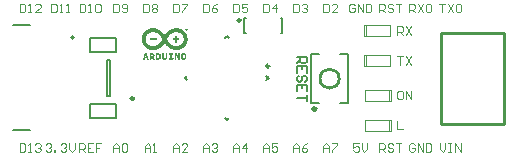
<source format=gbr>
%TF.GenerationSoftware,Altium Limited,Altium Designer,21.4.1 (30)*%
G04 Layer_Color=65535*
%FSLAX45Y45*%
%MOMM*%
%TF.SameCoordinates,CCA80653-F6CA-46C6-945C-E97865854BA3*%
%TF.FilePolarity,Positive*%
%TF.FileFunction,Legend,Top*%
%TF.Part,Single*%
G01*
G75*
%TA.AperFunction,NonConductor*%
%ADD56C,0.20000*%
%ADD57C,0.25000*%
%ADD59C,0.15000*%
%ADD60C,0.10000*%
%ADD78C,0.30000*%
%ADD79C,0.25400*%
%ADD80C,0.12700*%
%ADD81C,0.15240*%
G36*
X1325496Y1182621D02*
X1325960Y1182423D01*
X1326886Y1181761D01*
X1327745Y1181431D01*
X1328539Y1180901D01*
X1330524Y1178917D01*
X1331053Y1177991D01*
X1331582Y1177197D01*
X1331979Y1175874D01*
X1332177Y1175147D01*
X1332310Y1174618D01*
X1332508Y1173890D01*
X1332640Y1172964D01*
X1332508Y1170847D01*
X1332376Y1170451D01*
X1332111Y1169524D01*
X1331846Y1168466D01*
X1331648Y1167738D01*
X1331317Y1167276D01*
X1331053Y1167011D01*
X1330920Y1166746D01*
X1330656Y1166482D01*
X1330127Y1165556D01*
X1329796Y1165225D01*
X1329532Y1165093D01*
X1329201Y1164762D01*
X1329068Y1164497D01*
X1328605Y1164034D01*
X1328473D01*
X1327216Y1163174D01*
X1326753Y1162711D01*
X1324570Y1162248D01*
X1323843Y1162050D01*
X1322917Y1161918D01*
X1322057Y1161851D01*
X1320866Y1161984D01*
X1320337Y1162116D01*
X1319610Y1162314D01*
X1318750Y1162513D01*
X1318088Y1162645D01*
X1317030Y1163307D01*
X1316832Y1163505D01*
X1316170Y1163770D01*
X1315508Y1164167D01*
X1315178Y1164497D01*
X1315045Y1164762D01*
X1314582Y1165093D01*
X1314119Y1165556D01*
X1313590Y1166482D01*
X1313061Y1167276D01*
X1312466Y1168929D01*
X1312135Y1169657D01*
X1311870Y1170715D01*
X1311738Y1171641D01*
X1311606Y1172964D01*
X1311738Y1173493D01*
X1311870Y1174551D01*
X1312003Y1174948D01*
X1312333Y1175808D01*
X1312796Y1176933D01*
X1313127Y1177793D01*
X1313458Y1178256D01*
X1314119Y1178917D01*
X1314649Y1179843D01*
X1315442Y1180372D01*
X1316435Y1181364D01*
X1317294Y1181695D01*
X1318353Y1182357D01*
X1319213Y1182687D01*
X1321329Y1182820D01*
X1322652Y1182687D01*
X1323975Y1182820D01*
X1325496Y1182621D01*
D02*
G37*
G36*
X1239970Y1182290D02*
X1242748Y1182158D01*
X1243145Y1182026D01*
X1245328Y1181827D01*
X1246651Y1181695D01*
X1248238Y1181563D01*
X1249958Y1181431D01*
X1251149Y1181298D01*
X1252736Y1181034D01*
X1253861Y1180703D01*
X1254390Y1180571D01*
X1255316Y1180438D01*
X1255845Y1180306D01*
X1257366Y1180108D01*
X1258160Y1179976D01*
X1258888Y1179777D01*
X1259748Y1179446D01*
X1260475Y1179248D01*
X1261533Y1178983D01*
X1262790Y1178785D01*
X1263319Y1178652D01*
X1263981Y1178388D01*
X1264708Y1178057D01*
X1265635Y1177793D01*
X1267156Y1177462D01*
X1267817Y1177197D01*
X1269207Y1176602D01*
X1270132Y1176337D01*
X1270860Y1176139D01*
X1271323Y1175940D01*
X1272778Y1175279D01*
X1273307Y1175147D01*
X1274167Y1174816D01*
X1275821Y1173956D01*
X1276747Y1173692D01*
X1277673Y1173162D01*
X1279128Y1172501D01*
X1279988Y1172170D01*
X1280319Y1171839D01*
X1280583Y1171707D01*
X1281774Y1171178D01*
X1282171Y1171046D01*
X1283494Y1170120D01*
X1284023Y1169988D01*
X1284949Y1169458D01*
X1285214Y1169194D01*
X1285478Y1169061D01*
X1286933Y1168268D01*
X1287198Y1168003D01*
X1287463Y1167871D01*
X1288918Y1167077D01*
X1289447Y1166548D01*
X1290902Y1165754D01*
X1291299Y1165357D01*
X1292754Y1164563D01*
X1293548Y1163770D01*
X1294474Y1163240D01*
X1295136Y1162579D01*
X1295400Y1162447D01*
X1296326Y1161785D01*
X1296591Y1161521D01*
X1296855Y1161388D01*
X1298046Y1160463D01*
X1298575Y1159933D01*
X1298840Y1159801D01*
X1299766Y1158875D01*
X1300030Y1158743D01*
X1300295Y1158478D01*
X1300560Y1158346D01*
X1301750Y1157155D01*
X1302015Y1157023D01*
X1302610Y1156427D01*
X1302676Y1156229D01*
X1302941Y1156097D01*
X1303338Y1155700D01*
X1303536Y1155634D01*
X1303668Y1155369D01*
X1306314Y1152723D01*
X1306446Y1152459D01*
X1307042Y1151863D01*
X1307307Y1151731D01*
X1307637Y1151268D01*
X1308960Y1149945D01*
X1309092Y1149681D01*
X1310018Y1148755D01*
X1310151Y1148490D01*
X1310746Y1147762D01*
X1311341Y1147167D01*
X1311474Y1146902D01*
X1312069Y1146175D01*
X1312796Y1145447D01*
X1313061Y1144786D01*
X1313657Y1144058D01*
X1313855Y1143860D01*
X1313987Y1143595D01*
X1314715Y1142603D01*
X1314913Y1142537D01*
X1315045Y1142272D01*
X1315310Y1142008D01*
X1315707Y1141346D01*
X1316501Y1140552D01*
X1316765Y1139891D01*
X1317162Y1139230D01*
X1317427Y1138965D01*
X1317559Y1138701D01*
X1318220Y1137510D01*
X1318485Y1137245D01*
X1318617Y1136981D01*
X1318882Y1136716D01*
X1319213Y1135856D01*
X1319676Y1135129D01*
X1320205Y1134599D01*
X1320668Y1133343D01*
X1321197Y1132549D01*
X1321395Y1132351D01*
X1321660Y1131689D01*
X1321991Y1130829D01*
X1322321Y1130366D01*
X1322851Y1129572D01*
X1323049Y1128845D01*
X1323314Y1128183D01*
X1323843Y1127389D01*
X1324174Y1126662D01*
X1324438Y1125604D01*
X1325100Y1124677D01*
X1325496Y1123751D01*
X1325695Y1122759D01*
X1325960Y1122098D01*
X1326687Y1120444D01*
X1326819Y1119915D01*
X1327018Y1119055D01*
X1327415Y1118261D01*
X1327745Y1117401D01*
X1328010Y1116476D01*
X1328341Y1114954D01*
X1328605Y1114293D01*
X1328936Y1113433D01*
X1329201Y1112374D01*
X1329399Y1111118D01*
X1329532Y1110456D01*
X1329796Y1109398D01*
X1330193Y1108339D01*
X1330524Y1107480D01*
X1330656Y1104701D01*
X1330788Y1104305D01*
X1330987Y1103048D01*
X1331383Y1101063D01*
X1331516Y1100270D01*
X1331648Y1099079D01*
X1331780Y1097227D01*
X1331913Y1093258D01*
X1331979Y1086313D01*
X1331846Y1085916D01*
X1331714Y1080624D01*
X1331582Y1080227D01*
X1331450Y1078508D01*
X1331317Y1078111D01*
X1331185Y1077582D01*
X1330788Y1075333D01*
X1330656Y1074407D01*
X1330457Y1072356D01*
X1330193Y1071298D01*
X1329862Y1070173D01*
X1329598Y1069512D01*
X1329465Y1068586D01*
X1329333Y1068057D01*
X1329135Y1066800D01*
X1329002Y1066271D01*
X1328738Y1065609D01*
X1328407Y1064749D01*
X1328142Y1063823D01*
X1327812Y1062302D01*
X1327547Y1061640D01*
X1326952Y1060251D01*
X1326687Y1059193D01*
X1326489Y1058465D01*
X1325761Y1057076D01*
X1325629Y1056547D01*
X1325033Y1054894D01*
X1324835Y1054695D01*
X1324306Y1053505D01*
X1323711Y1051851D01*
X1323380Y1051520D01*
X1323248Y1051256D01*
X1322983Y1050594D01*
X1322520Y1049338D01*
X1322057Y1048874D01*
X1321660Y1047948D01*
X1321329Y1047088D01*
X1321131Y1046890D01*
X1320999Y1046626D01*
X1320734Y1046361D01*
X1319676Y1044376D01*
X1319279Y1043715D01*
X1318617Y1042524D01*
X1318220Y1042127D01*
X1318088Y1041863D01*
X1317294Y1040408D01*
X1316898Y1040011D01*
X1316765Y1039746D01*
X1316236Y1038820D01*
X1315707Y1038291D01*
X1314913Y1036836D01*
X1314715Y1036637D01*
X1314450Y1036505D01*
X1314252Y1036307D01*
X1314119Y1036042D01*
X1313524Y1035314D01*
X1312929Y1034719D01*
X1312796Y1034455D01*
X1312201Y1033727D01*
X1311870Y1033396D01*
X1311738Y1033132D01*
X1311474Y1032867D01*
X1311077Y1032206D01*
X1310548Y1031676D01*
X1309886Y1030486D01*
X1309688Y1030288D01*
X1309423Y1030155D01*
X1309225Y1029957D01*
X1309092Y1029692D01*
X1307769Y1028369D01*
X1307637Y1028105D01*
X1307307Y1027774D01*
X1307042Y1027642D01*
X1306579Y1027179D01*
X1306446Y1026914D01*
X1302279Y1022747D01*
X1302015Y1022614D01*
X1301552Y1022151D01*
X1301419Y1021887D01*
X1301221Y1021688D01*
X1300957Y1021556D01*
X1300229Y1020961D01*
X1299633Y1020365D01*
X1299369Y1020233D01*
X1298641Y1019638D01*
X1298311Y1019307D01*
X1298046Y1019175D01*
X1297318Y1018580D01*
X1296855Y1018117D01*
X1296591Y1017984D01*
X1296326Y1017720D01*
X1296062Y1017587D01*
X1295334Y1016992D01*
X1294871Y1016529D01*
X1293945Y1016000D01*
X1293416Y1015471D01*
X1292225Y1014809D01*
X1291696Y1014280D01*
X1291432Y1014148D01*
X1290505Y1013619D01*
X1289712Y1012825D01*
X1288852Y1012494D01*
X1288124Y1012031D01*
X1287860Y1011767D01*
X1287595Y1011634D01*
X1286140Y1010840D01*
X1285875Y1010576D01*
X1283891Y1009518D01*
X1283626Y1009253D01*
X1282965Y1008988D01*
X1282436Y1008856D01*
X1281510Y1008195D01*
X1280319Y1007665D01*
X1279459Y1007335D01*
X1279261Y1007136D01*
X1278996Y1007004D01*
X1278732Y1006739D01*
X1278070Y1006475D01*
X1277342Y1006276D01*
X1276681Y1006012D01*
X1276482Y1005813D01*
X1276218Y1005681D01*
X1275027Y1005152D01*
X1274498Y1005020D01*
X1273837Y1004755D01*
X1273572Y1004623D01*
X1271852Y1003829D01*
X1270992Y1003631D01*
X1270331Y1003366D01*
X1269471Y1002903D01*
X1268545Y1002638D01*
X1268016Y1002506D01*
X1267288Y1002308D01*
X1265965Y1001779D01*
X1265105Y1001448D01*
X1262923Y1000985D01*
X1261864Y1000588D01*
X1261004Y1000257D01*
X1259152Y999993D01*
X1258623Y999860D01*
X1257102Y999530D01*
X1256242Y999199D01*
X1255316Y998802D01*
X1252273Y998670D01*
X1251876Y998537D01*
X1250487Y998339D01*
X1249826Y998207D01*
X1249296Y998074D01*
X1248503Y997942D01*
X1247841Y997810D01*
X1246651Y997677D01*
X1244931Y997545D01*
X1241756Y997413D01*
X1236795Y997347D01*
X1236398Y997479D01*
X1232694Y997347D01*
X1228593Y997479D01*
X1224889Y997611D01*
X1224492Y997744D01*
X1223169Y997876D01*
X1222640Y998008D01*
X1221118Y998339D01*
X1220325Y998471D01*
X1218539Y998670D01*
X1217216Y998802D01*
X1216687Y998934D01*
X1215562Y999133D01*
X1214438Y999463D01*
X1213512Y999728D01*
X1212982Y999860D01*
X1211660Y999993D01*
X1210601Y1000257D01*
X1209344Y1000720D01*
X1208220Y1001051D01*
X1207691Y1001183D01*
X1206434Y1001382D01*
X1205111Y1001911D01*
X1204383Y1002242D01*
X1203325Y1002506D01*
X1202333Y1002705D01*
X1200150Y1003697D01*
X1199423Y1003895D01*
X1198893Y1004027D01*
X1198232Y1004292D01*
X1198033Y1004490D01*
X1197107Y1004888D01*
X1196578Y1005020D01*
X1195321Y1005483D01*
X1195123Y1005681D01*
X1193932Y1006210D01*
X1192808Y1006409D01*
X1192345Y1006607D01*
X1191551Y1007401D01*
X1190890Y1007665D01*
X1190162Y1007864D01*
X1189435Y1008327D01*
X1186921Y1009650D01*
X1184937Y1010708D01*
X1184143Y1011238D01*
X1183283Y1011568D01*
X1182820Y1011899D01*
X1182423Y1012296D01*
X1181762Y1012560D01*
X1180902Y1012891D01*
X1180042Y1013751D01*
X1178587Y1014545D01*
X1178190Y1014942D01*
X1177528Y1015206D01*
X1176867Y1015603D01*
X1176205Y1016264D01*
X1175941Y1016397D01*
X1175015Y1016926D01*
X1174486Y1017455D01*
X1173030Y1018249D01*
X1172700Y1018712D01*
X1171906Y1019241D01*
X1171443Y1019572D01*
X1170914Y1020101D01*
X1170649Y1020233D01*
X1169458Y1021159D01*
X1168532Y1021688D01*
X1167937Y1022284D01*
X1167805Y1022548D01*
X1167011Y1023077D01*
X1166614Y1023474D01*
X1166482Y1023739D01*
X1166283Y1023938D01*
X1166019Y1024070D01*
X1165754Y1024334D01*
X1165490Y1024467D01*
X1165291Y1024665D01*
X1165159Y1024930D01*
X1164961Y1025128D01*
X1164696Y1025260D01*
X1164432Y1025525D01*
X1164167Y1025657D01*
X1163108Y1026715D01*
X1162844Y1026848D01*
X1161786Y1027906D01*
X1161521Y1028038D01*
X1161257Y1028303D01*
X1160992Y1028435D01*
X1160793Y1028634D01*
X1160661Y1028898D01*
X1160463Y1029097D01*
X1160198Y1029229D01*
X1159470Y1029824D01*
X1158875Y1030552D01*
X1156692Y1032735D01*
X1156560Y1032999D01*
X1156362Y1033198D01*
X1156097Y1033330D01*
X1155634Y1033793D01*
X1155502Y1034058D01*
X1152856Y1036704D01*
X1152724Y1036968D01*
X1152261Y1037299D01*
X1151930Y1037630D01*
X1151798Y1037894D01*
X1150475Y1039217D01*
X1150342Y1039482D01*
X1149747Y1040209D01*
X1149019Y1040937D01*
X1148887Y1041201D01*
X1147829Y1042260D01*
X1147696Y1042524D01*
X1147366Y1042987D01*
X1147101Y1043120D01*
X1146638Y1043583D01*
X1145977Y1044773D01*
X1145448Y1045302D01*
X1145315Y1045567D01*
X1144720Y1046295D01*
X1144125Y1046890D01*
X1143992Y1047155D01*
X1143397Y1047882D01*
X1142802Y1048477D01*
X1142140Y1049668D01*
X1141743Y1050065D01*
X1141214Y1050991D01*
X1140619Y1051719D01*
X1140288Y1052049D01*
X1139759Y1052976D01*
X1139296Y1053306D01*
X1139098Y1053505D01*
X1138965Y1053769D01*
X1138304Y1054960D01*
X1137973Y1055290D01*
X1137444Y1055423D01*
X1136650Y1055290D01*
X1136452Y1055092D01*
X1135790Y1053901D01*
X1135526Y1053637D01*
X1135393Y1053372D01*
X1134732Y1052182D01*
X1133806Y1051256D01*
X1133277Y1050330D01*
X1132615Y1049668D01*
X1132086Y1048742D01*
X1131292Y1047948D01*
X1130631Y1046758D01*
X1129969Y1046096D01*
X1129837Y1045832D01*
X1128779Y1044773D01*
X1128646Y1044509D01*
X1128051Y1043781D01*
X1127456Y1043186D01*
X1127324Y1042921D01*
X1126728Y1042194D01*
X1126398Y1041863D01*
X1125736Y1040672D01*
X1125273Y1040342D01*
X1124942Y1040011D01*
X1124810Y1039746D01*
X1124347Y1039151D01*
X1124082Y1039019D01*
X1123752Y1038688D01*
X1123619Y1038423D01*
X1122296Y1037101D01*
X1122164Y1036836D01*
X1121966Y1036637D01*
X1121701Y1036505D01*
X1121238Y1036042D01*
X1121106Y1035777D01*
X1118460Y1033132D01*
X1118328Y1032867D01*
X1117997Y1032536D01*
X1117732Y1032404D01*
X1117071Y1031610D01*
X1114557Y1029097D01*
X1114293Y1028964D01*
X1113235Y1027906D01*
X1112970Y1027774D01*
X1111912Y1026715D01*
X1111647Y1026583D01*
X1110457Y1025393D01*
X1110192Y1025260D01*
X1109464Y1024533D01*
X1109398Y1024334D01*
X1109133Y1024202D01*
X1108207Y1023673D01*
X1107546Y1023011D01*
X1107282Y1022879D01*
X1106223Y1021821D01*
X1105958Y1021688D01*
X1105694Y1021424D01*
X1105429Y1021292D01*
X1104636Y1020498D01*
X1104371Y1020365D01*
X1103643Y1019770D01*
X1103048Y1019175D01*
X1101857Y1018513D01*
X1101461Y1018117D01*
X1101196Y1017984D01*
X1099939Y1017124D01*
X1099476Y1016661D01*
X1099212Y1016529D01*
X1098550Y1016132D01*
X1097360Y1015338D01*
X1096433Y1014809D01*
X1095772Y1014148D01*
X1094648Y1013552D01*
X1094515Y1013288D01*
X1094052Y1012825D01*
X1092994Y1012560D01*
X1092332Y1012163D01*
X1091803Y1011634D01*
X1091142Y1011370D01*
X1090613Y1011238D01*
X1089025Y1010179D01*
X1088165Y1009848D01*
X1087173Y1009121D01*
X1085916Y1008658D01*
X1085189Y1008195D01*
X1083733Y1007533D01*
X1082278Y1006739D01*
X1081352Y1006343D01*
X1080823Y1006210D01*
X1080162Y1005946D01*
X1079236Y1005284D01*
X1078177Y1005020D01*
X1077450Y1004821D01*
X1076061Y1004094D01*
X1075532Y1003961D01*
X1075465Y1003895D01*
X1074738Y1003697D01*
X1074208Y1003564D01*
X1072489Y1002771D01*
X1071960Y1002638D01*
X1071100Y1002440D01*
X1070570Y1002308D01*
X1069909Y1002043D01*
X1069115Y1001514D01*
X1068388Y1001315D01*
X1067065Y1001183D01*
X1066205Y1000985D01*
X1065146Y1000588D01*
X1064287Y1000257D01*
X1063757Y1000125D01*
X1062832Y999993D01*
X1061575Y999794D01*
X1060913Y999662D01*
X1059392Y999199D01*
X1058333Y998934D01*
X1057011Y998802D01*
X1056085Y998670D01*
X1054431Y998471D01*
X1053769Y998339D01*
X1052976Y998207D01*
X1052446Y998074D01*
X1051785Y997942D01*
X1050198Y997677D01*
X1049668Y997545D01*
X1043583Y997413D01*
X1033198Y997347D01*
X1032801Y997479D01*
X1028303Y997611D01*
X1027907Y997744D01*
X1026319Y997876D01*
X1025922Y998008D01*
X1023673Y998405D01*
X1023144Y998537D01*
X1021424Y998670D01*
X1019638Y998868D01*
X1018580Y999265D01*
X1017852Y999463D01*
X1016265Y999860D01*
X1014214Y1000191D01*
X1013685Y1000323D01*
X1013024Y1000588D01*
X1011965Y1000985D01*
X1011436Y1001117D01*
X1009452Y1001514D01*
X1007996Y1002176D01*
X1007269Y1002374D01*
X1006211Y1002638D01*
X1005483Y1002837D01*
X1004358Y1003432D01*
X1003697Y1003697D01*
X1002771Y1003829D01*
X1002043Y1004292D01*
X1001911Y1004557D01*
X1001448Y1005020D01*
X1000919Y1005152D01*
X999067Y1005284D01*
X998670Y1005681D01*
X998405Y1005813D01*
X998141Y1006078D01*
X997281Y1006276D01*
X996421Y1006607D01*
X995495Y1007269D01*
X993841Y1007864D01*
X993643Y1008062D01*
X993378Y1008195D01*
X993114Y1008459D01*
X992452Y1008724D01*
X991592Y1009055D01*
X990203Y1010047D01*
X989145Y1010444D01*
X988417Y1011039D01*
X987557Y1011502D01*
X986632Y1012031D01*
X986235Y1012428D01*
X985375Y1012759D01*
X985176Y1012957D01*
X984912Y1013089D01*
X984250Y1013751D01*
X982795Y1014545D01*
X982398Y1014942D01*
X981207Y1015603D01*
X980414Y1016397D01*
X979488Y1016926D01*
X978694Y1017720D01*
X977768Y1018249D01*
X977107Y1018910D01*
X976445Y1019307D01*
X975651Y1020101D01*
X975387Y1020233D01*
X974461Y1021159D01*
X974196Y1021292D01*
X973667Y1021821D01*
X973402Y1021953D01*
X972079Y1023276D01*
X971815Y1023408D01*
X971484Y1023739D01*
X971352Y1024004D01*
X971153Y1024202D01*
X970889Y1024334D01*
X967648Y1027576D01*
X967515Y1027840D01*
X966192Y1029163D01*
X966060Y1029427D01*
X965002Y1030486D01*
X964869Y1030751D01*
X964605Y1031015D01*
X964473Y1031280D01*
X963811Y1031809D01*
X963679Y1032073D01*
X963083Y1032801D01*
X962620Y1033264D01*
X962091Y1034190D01*
X961430Y1034851D01*
X961298Y1035116D01*
X960636Y1036042D01*
X960107Y1036571D01*
X959578Y1037497D01*
X958652Y1038423D01*
X958255Y1039482D01*
X957660Y1040209D01*
X957461Y1040408D01*
X956800Y1041598D01*
X956535Y1041863D01*
X956403Y1042127D01*
X955477Y1043847D01*
X954948Y1044376D01*
X954418Y1045699D01*
X953625Y1046890D01*
X953360Y1047551D01*
X952831Y1048477D01*
X952037Y1050197D01*
X951508Y1051123D01*
X950979Y1052314D01*
X950516Y1053571D01*
X950185Y1053901D01*
X949788Y1054827D01*
X949524Y1055886D01*
X948598Y1057870D01*
X948333Y1058796D01*
X948201Y1059326D01*
X947407Y1061045D01*
X947275Y1061574D01*
X947076Y1062434D01*
X946944Y1062963D01*
X946547Y1064022D01*
X946216Y1064882D01*
X945952Y1065940D01*
X945819Y1066866D01*
X945687Y1067395D01*
X945489Y1068255D01*
X945158Y1069115D01*
X944629Y1070306D01*
X944496Y1072951D01*
X944364Y1073348D01*
X944033Y1074870D01*
X943769Y1075928D01*
X943637Y1076589D01*
X943504Y1077648D01*
X943372Y1078971D01*
X943240Y1081220D01*
X943107Y1083336D01*
X942975Y1085188D01*
X942843Y1087834D01*
X942777Y1091737D01*
X942909Y1092134D01*
X943041Y1096235D01*
X943174Y1096632D01*
X943372Y1100534D01*
X943504Y1101857D01*
X943637Y1102915D01*
X943769Y1103709D01*
X943901Y1104238D01*
X944100Y1104966D01*
X944232Y1105495D01*
X944496Y1107083D01*
X944629Y1108406D01*
X944761Y1109332D01*
X944893Y1109729D01*
X945158Y1110390D01*
X945687Y1112110D01*
X945952Y1113697D01*
X946150Y1114557D01*
X946415Y1115219D01*
X946745Y1115946D01*
X947010Y1116872D01*
X947142Y1117401D01*
X947275Y1118195D01*
X947539Y1118857D01*
X948201Y1120312D01*
X948598Y1121899D01*
X949127Y1122826D01*
X949524Y1123751D01*
X949656Y1124281D01*
X950119Y1125538D01*
X950317Y1125736D01*
X950450Y1126001D01*
X950979Y1127191D01*
X951111Y1127720D01*
X951640Y1128646D01*
X952169Y1129440D01*
X952368Y1130168D01*
X952632Y1130829D01*
X953360Y1131821D01*
X953691Y1132681D01*
X953889Y1133144D01*
X954551Y1134070D01*
X955477Y1135790D01*
X955741Y1136055D01*
X956006Y1136716D01*
X956535Y1137642D01*
X957196Y1138304D01*
X957527Y1139163D01*
X957858Y1139626D01*
X958255Y1140023D01*
X958916Y1141214D01*
X959578Y1141876D01*
X959710Y1142140D01*
X960239Y1143066D01*
X960768Y1143595D01*
X961430Y1144786D01*
X961761Y1145117D01*
X961959Y1145183D01*
X962091Y1145447D01*
X962356Y1145712D01*
X962488Y1145976D01*
X963083Y1146704D01*
X963679Y1147299D01*
X963811Y1147564D01*
X964407Y1148292D01*
X965002Y1148887D01*
X965134Y1149151D01*
X965399Y1149416D01*
X965465Y1149614D01*
X965729Y1149747D01*
X966060Y1150077D01*
X966192Y1150342D01*
X966788Y1151070D01*
X967052Y1151202D01*
X967251Y1151401D01*
X967383Y1151665D01*
X967648Y1151930D01*
X967780Y1152194D01*
X968441Y1152723D01*
X968574Y1152988D01*
X971815Y1156229D01*
X972079Y1156361D01*
X973005Y1157287D01*
X973270Y1157420D01*
X973535Y1157684D01*
X973799Y1157817D01*
X974196Y1158346D01*
X974461Y1158478D01*
X975188Y1159073D01*
X975783Y1159669D01*
X976048Y1159801D01*
X976776Y1160396D01*
X977371Y1160992D01*
X977636Y1161124D01*
X978363Y1161719D01*
X978958Y1162314D01*
X979223Y1162447D01*
X980149Y1163108D01*
X980414Y1163373D01*
X981604Y1164034D01*
X982266Y1164696D01*
X983457Y1165357D01*
X983787Y1165688D01*
X983853Y1165886D01*
X984118Y1166019D01*
X985573Y1166812D01*
X985838Y1167077D01*
X986102Y1167209D01*
X987293Y1167871D01*
X988219Y1168532D01*
X988880Y1168797D01*
X989542Y1169194D01*
X989807Y1169458D01*
X990071Y1169590D01*
X990336Y1169855D01*
X991592Y1170318D01*
X992386Y1170847D01*
X992717Y1171178D01*
X993246Y1171310D01*
X993643Y1171443D01*
X994569Y1171972D01*
X995363Y1172501D01*
X996090Y1172699D01*
X996619Y1172832D01*
X997082Y1173162D01*
X997876Y1173692D01*
X998935Y1173956D01*
X999794Y1174287D01*
X1000390Y1174882D01*
X1001051Y1175147D01*
X1002308Y1175345D01*
X1002969Y1175610D01*
X1003962Y1176205D01*
X1004689Y1176404D01*
X1005483Y1176536D01*
X1006541Y1176933D01*
X1006740Y1177131D01*
X1007600Y1177462D01*
X1008129Y1177594D01*
X1009452Y1177859D01*
X1010510Y1178256D01*
X1011171Y1178520D01*
X1012296Y1178851D01*
X1013553Y1179049D01*
X1014214Y1179182D01*
X1015339Y1179513D01*
X1016000Y1179777D01*
X1017323Y1180174D01*
X1019704Y1180306D01*
X1020366Y1180571D01*
X1021424Y1180835D01*
X1022152Y1181034D01*
X1022813Y1181166D01*
X1023607Y1181298D01*
X1024665Y1181431D01*
X1028237Y1181695D01*
X1029560Y1181827D01*
X1031941Y1182092D01*
X1033000Y1182224D01*
X1035249Y1182357D01*
X1040607Y1182423D01*
X1041003Y1182290D01*
X1045700Y1182092D01*
X1048676Y1181761D01*
X1049602Y1181629D01*
X1052513Y1181497D01*
X1054232Y1181364D01*
X1054629Y1181232D01*
X1055555Y1181100D01*
X1056482Y1180835D01*
X1058069Y1180438D01*
X1059392Y1180306D01*
X1060318Y1180174D01*
X1060847Y1180042D01*
X1061839Y1179843D01*
X1064154Y1179115D01*
X1065477Y1178983D01*
X1066469Y1178785D01*
X1067991Y1178057D01*
X1069049Y1177793D01*
X1069975Y1177660D01*
X1070835Y1177330D01*
X1071496Y1177065D01*
X1072224Y1176734D01*
X1073150Y1176470D01*
X1074010Y1176271D01*
X1074671Y1176007D01*
X1074870Y1175808D01*
X1075796Y1175411D01*
X1076722Y1175147D01*
X1077251Y1175014D01*
X1079500Y1173956D01*
X1080360Y1173758D01*
X1081088Y1173295D01*
X1081352Y1173030D01*
X1082014Y1172765D01*
X1082543Y1172633D01*
X1083403Y1172302D01*
X1083601Y1172104D01*
X1083866Y1171972D01*
X1085321Y1171310D01*
X1086512Y1170649D01*
X1088761Y1169458D01*
X1089025Y1169194D01*
X1089687Y1168929D01*
X1090546Y1168598D01*
X1091010Y1168268D01*
X1091407Y1167871D01*
X1092068Y1167606D01*
X1092795Y1167408D01*
X1092994Y1167209D01*
X1093258Y1167077D01*
X1093589Y1166614D01*
X1094449Y1166151D01*
X1094714Y1166019D01*
X1095441Y1165423D01*
X1097029Y1164630D01*
X1097757Y1163902D01*
X1098682Y1163373D01*
X1099410Y1162777D01*
X1100138Y1162447D01*
X1100799Y1162050D01*
X1100998Y1161851D01*
X1101130Y1161587D01*
X1101328Y1161388D01*
X1102254Y1160859D01*
X1102916Y1160198D01*
X1103180Y1160065D01*
X1105032Y1158743D01*
X1105694Y1158346D01*
X1105892Y1158147D01*
X1106025Y1157883D01*
X1106355Y1157552D01*
X1106620Y1157420D01*
X1106885Y1157155D01*
X1107149Y1157023D01*
X1107480Y1156560D01*
X1107811Y1156229D01*
X1108075Y1156097D01*
X1108340Y1155832D01*
X1108604Y1155700D01*
X1109001Y1155171D01*
X1109266Y1155038D01*
X1109663Y1154642D01*
X1109927Y1154509D01*
X1110853Y1153583D01*
X1111118Y1153451D01*
X1112176Y1152393D01*
X1112441Y1152260D01*
X1112705Y1151996D01*
X1112970Y1151863D01*
X1113499Y1151334D01*
X1113764Y1151202D01*
X1114690Y1150540D01*
X1114888Y1150342D01*
X1115020Y1150077D01*
X1115219Y1149879D01*
X1115483Y1149747D01*
X1116211Y1149019D01*
X1116343Y1148755D01*
X1116807Y1148424D01*
X1117269Y1147961D01*
X1117402Y1147696D01*
X1117732Y1147365D01*
X1117997Y1147233D01*
X1118592Y1146638D01*
X1118725Y1146373D01*
X1119055Y1146043D01*
X1119320Y1145910D01*
X1119783Y1145447D01*
X1119915Y1145183D01*
X1120511Y1144587D01*
X1120775Y1144455D01*
X1120974Y1144257D01*
X1121106Y1143992D01*
X1121833Y1143264D01*
X1122098Y1143132D01*
X1122826Y1142008D01*
X1123355Y1141479D01*
X1123487Y1141214D01*
X1124545Y1140156D01*
X1124678Y1139891D01*
X1125273Y1139163D01*
X1125868Y1138568D01*
X1126001Y1138304D01*
X1126265Y1138039D01*
X1126398Y1137774D01*
X1127324Y1136848D01*
X1127456Y1136584D01*
X1127919Y1135988D01*
X1128183Y1135856D01*
X1128514Y1135526D01*
X1128646Y1135261D01*
X1129110Y1134665D01*
X1129374Y1134533D01*
X1129837Y1134070D01*
X1130499Y1132880D01*
X1130895Y1132483D01*
X1131028Y1132218D01*
X1131954Y1131027D01*
X1132351Y1130631D01*
X1132748Y1129969D01*
X1133674Y1129043D01*
X1133806Y1128514D01*
X1134203Y1127852D01*
X1134732Y1127323D01*
X1135261Y1126397D01*
X1136055Y1125604D01*
X1136452Y1124677D01*
X1136584Y1124413D01*
X1136782Y1124214D01*
X1137841Y1124347D01*
X1138105Y1124611D01*
X1138370Y1124744D01*
X1138701Y1125074D01*
X1139230Y1126001D01*
X1139759Y1126530D01*
X1139891Y1126794D01*
X1140156Y1127456D01*
X1140553Y1128117D01*
X1140751Y1128315D01*
X1141016Y1128448D01*
X1141214Y1128646D01*
X1141346Y1128911D01*
X1142273Y1130101D01*
X1142537Y1130366D01*
X1142669Y1130631D01*
X1143331Y1131557D01*
X1143595Y1131821D01*
X1144257Y1133012D01*
X1145183Y1133938D01*
X1145315Y1134202D01*
X1146374Y1135261D01*
X1146506Y1135526D01*
X1146770Y1135790D01*
X1146903Y1136055D01*
X1147829Y1136981D01*
X1147961Y1137245D01*
X1148557Y1137973D01*
X1149152Y1138568D01*
X1149284Y1138833D01*
X1149879Y1139560D01*
X1150078Y1139759D01*
X1150607Y1140685D01*
X1150938Y1141015D01*
X1151202Y1141148D01*
X1151401Y1141346D01*
X1151533Y1141611D01*
X1152988Y1143066D01*
X1153120Y1143331D01*
X1153583Y1143661D01*
X1154179Y1144257D01*
X1154311Y1144521D01*
X1154510Y1144720D01*
X1154774Y1144852D01*
X1155369Y1145447D01*
X1155502Y1145712D01*
X1155965Y1146175D01*
X1156229Y1146307D01*
X1156428Y1146506D01*
X1156560Y1146770D01*
X1160860Y1151070D01*
X1161124Y1151202D01*
X1162315Y1152393D01*
X1162579Y1152525D01*
X1163042Y1152988D01*
X1163175Y1153252D01*
X1163373Y1153451D01*
X1164299Y1153980D01*
X1164696Y1154377D01*
X1164961Y1154509D01*
X1165225Y1154774D01*
X1165490Y1154906D01*
X1166548Y1155964D01*
X1166813Y1156097D01*
X1167342Y1156626D01*
X1167607Y1156758D01*
X1168400Y1157552D01*
X1168665Y1157684D01*
X1169591Y1158610D01*
X1169855Y1158743D01*
X1170120Y1159007D01*
X1170318Y1159073D01*
X1170451Y1159338D01*
X1170914Y1159801D01*
X1172104Y1160463D01*
X1172501Y1160859D01*
X1172766Y1160992D01*
X1174023Y1161851D01*
X1174486Y1162314D01*
X1174750Y1162447D01*
X1176007Y1163307D01*
X1176205Y1163505D01*
X1176867Y1163770D01*
X1177594Y1164365D01*
X1177925Y1164696D01*
X1179116Y1165357D01*
X1179446Y1165688D01*
X1179579Y1165952D01*
X1180307Y1166283D01*
X1181034Y1166482D01*
X1181497Y1166812D01*
X1182026Y1167342D01*
X1183349Y1167871D01*
X1184672Y1168797D01*
X1185201Y1168929D01*
X1186458Y1169789D01*
X1187781Y1170318D01*
X1188244Y1170649D01*
X1188905Y1171046D01*
X1190228Y1171575D01*
X1190493Y1171707D01*
X1191287Y1172236D01*
X1191948Y1172501D01*
X1193205Y1172964D01*
X1193403Y1173162D01*
X1193668Y1173295D01*
X1194858Y1173824D01*
X1195388Y1173956D01*
X1196248Y1174287D01*
X1196446Y1174485D01*
X1196711Y1174618D01*
X1197901Y1175147D01*
X1198893Y1175345D01*
X1201076Y1176337D01*
X1202465Y1176668D01*
X1203127Y1176933D01*
X1204516Y1177528D01*
X1206566Y1177991D01*
X1207625Y1178388D01*
X1208485Y1178719D01*
X1209543Y1178983D01*
X1210866Y1179115D01*
X1211263Y1179248D01*
X1212519Y1179711D01*
X1213247Y1179909D01*
X1213776Y1180042D01*
X1214702Y1180174D01*
X1216025Y1180306D01*
X1216554Y1180438D01*
X1217546Y1180637D01*
X1218076Y1180769D01*
X1218737Y1180901D01*
X1219266Y1181034D01*
X1220788Y1181497D01*
X1225815Y1181629D01*
X1226212Y1181761D01*
X1229188Y1182092D01*
X1231569Y1182224D01*
X1234083Y1182357D01*
X1239573Y1182423D01*
X1239970Y1182290D01*
D02*
G37*
G36*
X1303735Y970624D02*
X1304132Y970492D01*
X1304528D01*
X1305587Y970359D01*
X1306314Y969764D01*
X1306513Y969565D01*
X1307042Y969433D01*
X1309291Y969301D01*
X1310746Y968375D01*
X1311275Y968243D01*
X1312466Y967581D01*
X1312863Y967184D01*
X1314053Y966523D01*
X1315707Y964869D01*
X1315839Y964605D01*
X1316038Y964406D01*
X1316236Y964340D01*
X1316368Y964076D01*
X1316633Y963811D01*
X1317162Y962885D01*
X1317559Y962488D01*
X1317824Y961826D01*
X1318353Y960901D01*
X1318551Y960702D01*
X1318816Y960570D01*
X1319146Y959842D01*
X1319279Y958519D01*
X1319543Y957858D01*
X1320073Y956667D01*
X1320337Y955609D01*
X1320469Y954683D01*
X1320668Y953426D01*
X1320932Y952103D01*
X1321065Y951574D01*
X1321329Y950251D01*
X1321462Y949060D01*
X1321594Y946944D01*
X1321660Y939205D01*
X1321395Y938543D01*
X1321263Y937220D01*
X1321131Y935501D01*
X1320999Y935104D01*
X1320734Y934045D01*
X1320602Y933119D01*
X1320469Y932590D01*
X1320271Y931201D01*
X1319874Y930143D01*
X1319279Y928754D01*
X1319080Y927894D01*
X1318816Y927232D01*
X1318617Y927034D01*
X1318485Y926769D01*
X1318088Y926108D01*
X1317691Y925049D01*
X1317427Y924785D01*
X1317361Y924586D01*
X1317162Y924520D01*
X1317030Y924256D01*
X1316765Y923991D01*
X1316104Y922801D01*
X1315575Y922271D01*
X1315442Y922007D01*
X1314847Y921279D01*
X1314582Y921147D01*
X1313392Y919956D01*
X1312730Y919559D01*
X1312201Y919030D01*
X1310746Y918236D01*
X1310482Y917972D01*
X1310217Y917839D01*
X1309555Y917575D01*
X1307902Y916980D01*
X1306248Y916252D01*
X1304594Y916054D01*
X1303007Y915789D01*
X1302345Y915657D01*
X1300560Y915458D01*
X1299237Y915326D01*
X1295797Y915458D01*
X1295400Y915590D01*
X1294011Y915789D01*
X1293350Y915921D01*
X1290704Y916318D01*
X1290175Y916451D01*
X1289513Y916715D01*
X1288653Y917178D01*
X1288124Y917310D01*
X1287066Y917707D01*
X1286140Y918369D01*
X1284685Y919163D01*
X1283891Y919956D01*
X1283626Y920088D01*
X1282899Y920684D01*
X1282502Y921081D01*
X1282369Y921345D01*
X1281179Y922536D01*
X1281046Y922801D01*
X1280451Y923528D01*
X1280253Y923726D01*
X1280120Y923991D01*
X1279194Y925711D01*
X1278930Y925976D01*
X1278665Y926637D01*
X1278401Y927695D01*
X1277607Y929415D01*
X1277342Y930473D01*
X1277144Y931598D01*
X1277012Y932259D01*
X1276681Y933384D01*
X1276416Y934310D01*
X1276152Y936559D01*
X1276019Y939866D01*
X1276152Y949391D01*
X1276284Y949788D01*
X1276482Y951177D01*
X1276615Y951706D01*
X1276945Y952831D01*
X1277210Y953889D01*
X1277408Y955146D01*
X1277541Y955675D01*
X1277871Y956535D01*
X1278401Y957726D01*
X1278665Y958784D01*
X1278930Y959445D01*
X1279327Y959842D01*
X1279459Y960107D01*
X1279724Y960371D01*
X1280187Y961628D01*
X1280848Y962422D01*
X1281576Y963546D01*
X1282502Y964472D01*
X1282634Y964737D01*
X1283494Y965597D01*
X1283758Y965729D01*
X1284089Y966060D01*
X1284221Y966324D01*
X1284420Y966523D01*
X1284685Y966655D01*
X1285941Y967515D01*
X1286272Y967846D01*
X1286933Y968110D01*
X1287793Y968441D01*
X1287992Y968639D01*
X1288257Y968772D01*
X1288653Y969169D01*
X1289579Y969433D01*
X1290704Y969632D01*
X1291365Y969896D01*
X1292887Y970359D01*
X1293416Y970492D01*
X1294739Y970624D01*
X1297252Y970756D01*
X1298178Y970624D01*
X1299898Y970756D01*
X1303735Y970624D01*
D02*
G37*
G36*
X1081882Y970095D02*
X1085189Y969962D01*
X1085586Y969830D01*
X1087371Y969632D01*
X1088893Y969433D01*
X1089290Y969565D01*
X1089819Y969433D01*
X1090083Y969301D01*
X1090414Y968970D01*
X1090811Y968309D01*
X1091010Y968110D01*
X1091936Y968243D01*
X1092597Y968639D01*
X1093258Y968507D01*
X1094185Y968110D01*
X1094912Y967912D01*
X1096830Y966920D01*
X1098021Y966258D01*
X1098815Y965729D01*
X1099476Y965332D01*
X1100270Y964538D01*
X1100535Y964406D01*
X1102320Y962620D01*
X1102453Y962356D01*
X1103246Y961562D01*
X1103908Y960371D01*
X1104173Y960107D01*
X1104437Y959445D01*
X1104834Y958519D01*
X1104966Y958255D01*
X1105495Y957461D01*
X1105694Y956733D01*
X1106091Y955146D01*
X1106488Y954087D01*
X1106752Y953426D01*
X1106951Y952698D01*
X1107083Y952169D01*
X1107215Y948730D01*
X1107348Y948333D01*
X1107480Y945026D01*
X1107348Y939205D01*
X1107215Y938808D01*
X1107017Y935699D01*
X1106885Y935037D01*
X1106686Y934310D01*
X1106421Y933251D01*
X1106025Y931929D01*
X1105892Y931399D01*
X1105562Y930010D01*
X1105032Y929217D01*
X1104702Y928489D01*
X1104239Y927232D01*
X1103643Y926637D01*
X1103379Y925976D01*
X1102850Y925049D01*
X1102056Y924256D01*
X1101924Y923991D01*
X1099344Y921411D01*
X1099079Y921279D01*
X1097823Y920419D01*
X1097624Y920221D01*
X1096764Y919890D01*
X1095970Y919229D01*
X1095772Y919030D01*
X1095111Y918765D01*
X1093721Y918435D01*
X1092200Y917707D01*
X1091274Y917443D01*
X1089157Y917310D01*
X1088893Y917046D01*
X1088232Y916781D01*
X1087702Y916649D01*
X1086379Y916517D01*
X1085982Y916384D01*
X1082675Y916252D01*
X1063427Y916186D01*
X1062964Y916384D01*
X1062765Y916583D01*
X1062633Y917509D01*
X1062765Y917906D01*
Y926769D01*
Y926901D01*
X1062898Y969764D01*
X1063361Y970227D01*
X1065411Y970161D01*
X1081485Y970227D01*
X1081882Y970095D01*
D02*
G37*
G36*
X984382Y970227D02*
X984647Y970095D01*
X985110Y969632D01*
X986168Y967383D01*
X986433Y966324D01*
X986632Y965332D01*
X986896Y964671D01*
X987227Y963943D01*
X987491Y963282D01*
X987624Y962752D01*
X987954Y961231D01*
X988219Y960570D01*
X988814Y959181D01*
X989277Y956998D01*
X990137Y955080D01*
X990269Y954154D01*
X990402Y953624D01*
X990534Y952831D01*
X991195Y951905D01*
X991460Y950979D01*
X991791Y949060D01*
X992452Y948002D01*
X992783Y947142D01*
X992915Y945290D01*
X993577Y944364D01*
X993974Y943438D01*
X994106Y942512D01*
X994238Y941321D01*
X995032Y939601D01*
X995230Y938874D01*
X995495Y937551D01*
X995892Y936493D01*
X996223Y935765D01*
X996487Y934839D01*
X996619Y934310D01*
X996818Y933318D01*
X997082Y932656D01*
X997545Y931796D01*
Y931664D01*
X997678Y931267D01*
X997810Y930738D01*
X998008Y929613D01*
X998405Y928555D01*
X999001Y927166D01*
X999133Y926637D01*
X999332Y925512D01*
X999464Y924983D01*
X1000324Y923330D01*
X1000456Y922007D01*
X1000720Y920948D01*
X1001382Y920022D01*
X1001646Y919096D01*
X1001779Y917906D01*
X1002176Y916980D01*
X1001845Y916384D01*
X1001316Y916252D01*
X988417Y916186D01*
X987888Y916451D01*
X987624Y917112D01*
X987425Y918236D01*
X987161Y918898D01*
X986565Y920419D01*
X986301Y922536D01*
X986168Y922933D01*
X985507Y924652D01*
X985375Y925182D01*
X985176Y926042D01*
X984912Y926703D01*
X984647Y926968D01*
X983721Y927232D01*
X970690Y927298D01*
X970227Y926968D01*
X970029Y926769D01*
X969500Y925579D01*
X969235Y924917D01*
X968838Y923594D01*
X968706Y922668D01*
X968441Y920948D01*
X967912Y919758D01*
X967780Y919229D01*
X967515Y918302D01*
X967317Y916781D01*
X966986Y916318D01*
X966391Y916120D01*
X964671Y916252D01*
X954418Y916186D01*
X953757Y916318D01*
X953360Y916715D01*
X953492Y918038D01*
X953757Y918699D01*
X954551Y920419D01*
X954683Y921345D01*
X954815Y921874D01*
X954948Y922668D01*
X955741Y924388D01*
X956006Y925446D01*
X956204Y926438D01*
X956469Y927100D01*
X957064Y928489D01*
X957329Y929547D01*
X957461Y931267D01*
X958123Y931929D01*
X958387Y932590D01*
X958519Y933119D01*
X958652Y934971D01*
X959578Y936294D01*
X959842Y938146D01*
X960041Y939006D01*
X960239Y939205D01*
X960371Y939469D01*
X960901Y940660D01*
X961033Y941586D01*
X961165Y942115D01*
X961298Y942909D01*
X962091Y944629D01*
X962356Y945687D01*
X962554Y946679D01*
X963216Y948134D01*
X963414Y948862D01*
X963679Y949920D01*
X963811Y950714D01*
X964340Y951905D01*
X964605Y952566D01*
X964869Y953492D01*
X965002Y955212D01*
X965928Y956535D01*
X966060Y957064D01*
X966258Y958850D01*
X966523Y959511D01*
X966721Y959710D01*
X966854Y959974D01*
X967251Y960901D01*
X967383Y961826D01*
X967714Y963215D01*
X968309Y964340D01*
X968574Y965266D01*
X968706Y966192D01*
X968838Y966721D01*
X969169Y967581D01*
X969500Y968309D01*
X970426Y970029D01*
X970624Y970227D01*
X971219Y970293D01*
X971881Y970161D01*
X972741Y970095D01*
X973138Y970227D01*
X983258Y970161D01*
X983919Y970293D01*
X983986Y970359D01*
X984382Y970227D01*
D02*
G37*
G36*
X1266693Y969962D02*
X1267024Y969632D01*
X1267288Y968970D01*
X1267420Y968441D01*
X1267288Y965927D01*
X1267354Y916781D01*
X1267090Y916384D01*
X1266561Y916252D01*
X1265635Y916120D01*
X1265238Y916252D01*
X1253927Y916186D01*
X1253464Y916384D01*
X1253133Y917112D01*
X1253001Y917773D01*
X1252405Y918501D01*
X1252207Y918699D01*
X1251942Y919361D01*
X1251744Y920088D01*
X1251281Y920816D01*
X1250884Y921213D01*
X1250619Y922139D01*
X1250090Y923065D01*
X1249429Y923991D01*
X1249230Y924719D01*
X1248966Y925380D01*
X1248503Y925843D01*
X1248106Y926769D01*
X1247444Y927960D01*
X1246254Y930209D01*
X1245195Y932193D01*
X1244402Y932987D01*
X1244203Y934111D01*
X1244005Y934574D01*
X1243211Y935368D01*
X1243079Y935897D01*
X1242880Y936625D01*
X1242682Y937088D01*
X1242020Y937749D01*
X1241756Y938676D01*
X1241491Y939337D01*
X1240896Y940064D01*
X1240698Y940263D01*
X1240565Y940792D01*
X1240235Y941652D01*
X1239705Y942446D01*
X1239375Y942776D01*
X1239176Y943504D01*
X1238912Y944165D01*
X1238713Y944364D01*
X1238581Y944629D01*
X1238052Y945422D01*
X1237853Y946150D01*
X1237655Y946613D01*
X1237390Y946877D01*
X1237258Y947142D01*
X1236596Y947804D01*
X1236133Y948663D01*
X1235869Y948531D01*
X1235670Y948333D01*
X1235538Y947142D01*
X1235670Y946745D01*
X1235803Y944364D01*
X1235670Y943967D01*
X1235737Y937815D01*
X1235670Y936426D01*
X1235803Y936030D01*
X1235869Y916913D01*
X1235538Y916451D01*
X1234943Y916252D01*
X1234083Y916186D01*
X1233488Y916252D01*
X1233355D01*
X1223367Y916186D01*
X1222838Y916583D01*
X1222706Y917112D01*
X1222772Y918898D01*
X1222706Y966854D01*
X1222838Y967251D01*
X1222706Y967647D01*
X1222838Y969499D01*
X1223235Y970161D01*
X1224624Y970227D01*
X1225021Y970095D01*
X1226344Y970227D01*
X1235935Y970161D01*
X1236729Y970293D01*
X1236795Y970359D01*
X1237655Y969896D01*
X1237787Y969632D01*
X1238449Y968706D01*
X1238978Y968176D01*
X1239176Y967449D01*
X1239441Y966788D01*
X1240168Y965795D01*
X1240433Y965134D01*
X1240764Y964274D01*
X1240962Y964076D01*
X1241094Y963811D01*
X1241359Y963546D01*
X1241756Y962620D01*
X1242417Y961430D01*
X1243343Y959710D01*
X1244137Y958916D01*
X1244269Y957990D01*
X1244534Y957329D01*
X1245328Y956535D01*
X1245592Y955476D01*
X1246055Y954617D01*
X1246320Y954484D01*
X1246651Y953889D01*
X1246783Y953360D01*
X1247114Y952500D01*
X1247709Y951905D01*
X1248106Y950979D01*
X1248238Y950449D01*
X1248900Y949523D01*
X1249429Y948333D01*
X1249958Y947407D01*
X1250223Y947142D01*
X1250619Y946216D01*
X1251281Y945026D01*
X1252207Y943306D01*
X1252736Y942776D01*
X1253001Y942115D01*
X1253199Y940990D01*
X1253464Y940594D01*
X1253861Y940461D01*
X1254324Y940792D01*
X1254588Y941454D01*
X1254456Y947936D01*
X1254522Y967317D01*
X1254456Y968838D01*
X1254588Y969235D01*
X1254787Y969962D01*
X1255051Y970227D01*
X1257234Y970161D01*
X1264312Y970227D01*
X1264708Y970095D01*
X1265965Y970293D01*
X1266032Y970359D01*
X1266693Y969962D01*
D02*
G37*
G36*
X1212057Y970095D02*
X1212387Y969367D01*
X1212519Y967912D01*
X1212387Y967515D01*
X1212453Y960040D01*
X1212321Y959379D01*
X1211924Y958850D01*
X1211395Y958718D01*
X1210072Y958850D01*
X1198960Y958718D01*
X1198629Y958122D01*
X1198496Y957593D01*
Y942909D01*
Y942776D01*
X1198629Y927960D01*
X1198960Y927629D01*
X1199489Y927497D01*
X1211858Y927563D01*
X1212321Y927232D01*
X1212519Y926505D01*
X1212387Y924388D01*
X1212453Y916781D01*
X1212057Y916252D01*
X1211130Y916120D01*
X1210204Y916252D01*
X1171377Y916186D01*
X1170914Y916384D01*
X1170715Y916583D01*
X1170583Y917509D01*
X1170715Y917906D01*
X1170649Y926703D01*
X1170914Y927364D01*
X1171575Y927629D01*
X1173692Y927497D01*
X1184275Y927629D01*
X1184474Y927827D01*
X1184738Y928886D01*
X1184606Y930209D01*
X1184672Y957395D01*
X1184540Y958056D01*
X1184341Y958519D01*
X1184011Y958850D01*
X1183349Y958982D01*
X1182952Y958850D01*
X1171377Y958784D01*
X1170914Y959114D01*
X1170715Y959842D01*
X1170848Y969764D01*
X1171311Y970227D01*
X1173361Y970161D01*
X1209675Y970227D01*
X1210072Y970095D01*
X1211395Y970227D01*
X1212057Y970095D01*
D02*
G37*
G36*
X1158743Y969962D02*
X1159074Y969632D01*
X1159206Y969367D01*
X1159470Y968706D01*
X1159537Y968243D01*
X1159404Y933185D01*
X1159272Y931465D01*
X1159140Y930010D01*
X1159007Y928820D01*
X1158544Y927563D01*
X1158015Y926372D01*
X1157817Y925512D01*
X1157552Y924851D01*
X1156957Y924256D01*
X1156692Y923594D01*
X1156560Y923065D01*
X1155965Y922338D01*
X1155700Y922205D01*
X1155502Y922007D01*
X1155369Y921742D01*
X1153583Y919956D01*
X1153319Y919824D01*
X1151996Y918898D01*
X1150805Y918236D01*
X1150012Y917707D01*
X1149482Y917575D01*
X1147829Y916980D01*
X1146175Y916252D01*
X1144125Y916054D01*
X1140950Y915524D01*
X1139494Y915392D01*
X1136253Y915326D01*
X1135857Y915458D01*
X1134004Y915590D01*
X1133607Y915723D01*
X1132351Y915921D01*
X1131557Y916054D01*
X1129440Y916186D01*
X1128977Y916517D01*
X1128779Y916715D01*
X1128382Y917376D01*
X1127787Y917575D01*
X1127390Y917443D01*
X1126067Y917575D01*
X1124744Y918501D01*
X1123884Y918832D01*
X1123024Y919692D01*
X1122760Y919824D01*
X1122363Y920221D01*
X1122098Y920353D01*
X1121238Y921213D01*
X1121106Y921477D01*
X1120048Y922536D01*
X1119254Y923991D01*
X1118725Y924785D01*
X1118526Y925512D01*
X1118394Y926042D01*
X1118129Y926703D01*
X1117931Y926901D01*
X1117799Y927166D01*
X1117402Y928092D01*
X1117269Y929018D01*
X1117137Y931399D01*
X1117005Y931796D01*
X1116873Y934707D01*
X1116807Y968772D01*
X1117336Y969565D01*
X1117534Y969764D01*
X1117666Y970029D01*
X1118526Y970359D01*
X1118923Y970227D01*
X1119849Y970095D01*
X1120378Y970227D01*
X1127985Y970161D01*
X1128646Y970293D01*
X1128845Y970359D01*
X1129705Y969896D01*
X1129837Y969632D01*
X1130366Y968838D01*
X1130300Y966788D01*
X1130432Y936360D01*
X1130763Y933384D01*
X1130895Y932987D01*
X1131160Y932061D01*
X1131292Y930606D01*
X1132152Y929349D01*
X1132682Y928555D01*
X1133343Y927894D01*
X1133607Y927761D01*
X1134269Y927497D01*
X1134996Y927298D01*
X1135790Y926769D01*
X1136386Y926571D01*
X1137576Y926703D01*
X1137973Y926835D01*
X1139032Y926703D01*
X1139428Y926571D01*
X1140751Y926703D01*
X1141413Y926968D01*
X1142669Y927431D01*
X1143331Y927695D01*
X1143860Y928224D01*
X1143992Y928489D01*
X1144588Y929084D01*
X1144852Y929217D01*
X1145051Y929415D01*
X1145315Y930076D01*
X1145448Y930606D01*
X1145778Y931465D01*
X1145977Y932061D01*
X1146109Y932590D01*
X1146241Y934310D01*
X1146374Y935236D01*
X1146506Y938940D01*
Y954683D01*
Y954815D01*
X1146638Y969632D01*
X1147101Y970227D01*
X1149284Y970161D01*
X1156362Y970227D01*
X1156758Y970095D01*
X1158015Y970293D01*
X1158082Y970359D01*
X1158743Y969962D01*
D02*
G37*
G36*
X1012494Y970161D02*
X1013354Y970095D01*
X1013751Y970227D01*
X1034653Y970095D01*
X1035050Y969962D01*
X1036836Y969764D01*
X1037630Y969632D01*
X1039416Y969433D01*
X1040871Y969301D01*
X1042326Y968375D01*
X1043715Y968044D01*
X1044774Y967383D01*
X1044972Y967184D01*
X1045633Y966920D01*
X1046295Y966523D01*
X1047089Y965729D01*
X1047353Y965597D01*
X1047750Y965200D01*
X1048015Y965068D01*
X1048345Y964737D01*
X1048478Y964472D01*
X1049536Y963414D01*
X1049668Y963149D01*
X1050330Y961959D01*
X1050991Y961033D01*
X1051256Y960107D01*
X1051388Y959577D01*
X1051653Y958916D01*
X1052314Y957990D01*
X1052446Y957064D01*
X1052579Y950979D01*
X1052446Y947804D01*
X1052314Y947407D01*
X1052182Y946348D01*
X1051520Y944893D01*
X1051256Y943967D01*
X1051057Y943107D01*
X1050528Y942313D01*
X1050065Y941851D01*
X1049338Y940461D01*
X1049139Y940395D01*
X1049007Y940131D01*
X1048081Y938940D01*
X1047882Y938742D01*
X1047618Y938609D01*
X1047287Y938279D01*
X1047221Y938080D01*
X1046957Y937948D01*
X1046692Y937683D01*
X1046030Y937286D01*
X1045501Y936757D01*
X1044244Y936294D01*
X1043980Y935765D01*
X1044575Y935037D01*
X1044906Y934310D01*
X1045237Y933450D01*
X1045832Y932855D01*
X1046096Y932193D01*
X1046229Y931664D01*
X1046758Y930738D01*
X1047023Y930473D01*
X1047155Y930209D01*
X1047419Y929547D01*
X1048081Y928357D01*
X1049271Y926108D01*
X1050330Y924123D01*
X1050661Y923793D01*
X1050859Y923726D01*
X1050991Y923462D01*
X1051124Y923065D01*
X1051256Y922536D01*
X1051454Y921808D01*
X1052314Y920948D01*
X1052446Y920419D01*
X1052645Y919559D01*
X1052843Y919361D01*
X1052976Y919096D01*
X1053505Y918567D01*
X1053836Y917707D01*
X1054166Y916980D01*
X1054034Y916583D01*
X1053836Y916384D01*
X1053307Y916252D01*
X1039350Y916186D01*
X1038820Y916318D01*
X1038357Y916649D01*
X1037498Y917509D01*
X1037233Y918567D01*
X1037101Y919229D01*
X1036175Y920155D01*
X1035778Y922007D01*
X1035116Y922933D01*
X1034653Y924189D01*
X1034389Y924851D01*
X1033860Y925645D01*
X1033198Y927364D01*
X1032537Y928423D01*
X1031875Y930143D01*
X1031346Y930936D01*
X1031015Y931664D01*
X1030751Y932326D01*
X1030552Y932656D01*
X1029891Y932921D01*
X1029362Y933053D01*
X1028436Y933185D01*
X1026583Y933053D01*
X1026187Y933185D01*
X1024864Y933053D01*
X1024268Y932590D01*
X1024004Y931532D01*
X1024136Y929812D01*
Y923991D01*
Y923859D01*
X1024070Y918236D01*
X1024136Y916847D01*
X1023938Y916517D01*
X1023276Y916252D01*
X1011436Y916186D01*
X1010907Y916318D01*
X1010510Y916715D01*
X1010378Y917244D01*
X1010510Y918964D01*
X1010444Y968639D01*
X1010576Y969169D01*
X1010775Y969632D01*
X1011238Y970227D01*
X1011833Y970293D01*
X1012494Y970161D01*
D02*
G37*
%LPC*%
G36*
X1323578Y1180306D02*
X1320139Y1180174D01*
X1319213Y1179248D01*
X1318551Y1178983D01*
X1317824Y1178785D01*
X1317096Y1178322D01*
X1316368Y1177594D01*
X1316236Y1177330D01*
X1315575Y1176404D01*
X1315310Y1175477D01*
X1314781Y1173758D01*
X1314649Y1172832D01*
X1314781Y1170847D01*
X1315178Y1169921D01*
X1315310Y1169392D01*
X1315641Y1168532D01*
X1315971Y1168069D01*
X1318419Y1165622D01*
X1319742Y1164960D01*
X1319874D01*
X1320866Y1164762D01*
X1323446Y1164696D01*
X1323843Y1164828D01*
X1325232Y1165159D01*
X1325695Y1165489D01*
X1325960Y1165754D01*
X1326224Y1165886D01*
X1327415Y1166812D01*
X1328275Y1167672D01*
X1328936Y1168863D01*
X1329333Y1169789D01*
X1329465Y1170318D01*
X1329333Y1175477D01*
X1328407Y1176800D01*
X1327878Y1177726D01*
X1327547Y1178057D01*
X1327282Y1178189D01*
X1326621Y1178851D01*
X1325960Y1179115D01*
X1325232Y1179314D01*
X1324504Y1179777D01*
X1324240Y1180042D01*
X1323578Y1180306D01*
D02*
G37*
%LPD*%
G36*
X1323446Y1177925D02*
X1323975Y1177793D01*
X1325166Y1177131D01*
X1325496Y1176801D01*
X1325893Y1176139D01*
X1326423Y1175610D01*
X1326555Y1175345D01*
X1326687Y1174948D01*
X1326753Y1174353D01*
X1326621Y1173692D01*
X1326423Y1173493D01*
X1326290Y1173229D01*
X1326026Y1172964D01*
X1325496Y1171773D01*
X1325232Y1171112D01*
X1325364Y1170054D01*
X1325629Y1169789D01*
X1325695Y1169590D01*
X1325827D01*
X1325893Y1169524D01*
X1326687Y1168731D01*
X1326555Y1167805D01*
X1326224Y1167474D01*
X1324240Y1167606D01*
X1323578Y1168003D01*
X1323248Y1168731D01*
X1323049Y1169458D01*
X1322785Y1169855D01*
X1322255Y1169988D01*
X1321792Y1169657D01*
X1321660Y1169127D01*
X1321528Y1167937D01*
X1321197Y1167474D01*
X1320668Y1167342D01*
X1319742Y1167474D01*
X1319080Y1167738D01*
X1318419Y1168135D01*
X1318220Y1168731D01*
X1318353Y1170054D01*
X1318485Y1177330D01*
X1318816Y1177660D01*
X1319543Y1177859D01*
X1320073Y1177991D01*
X1323049Y1178057D01*
X1323446Y1177925D01*
D02*
G37*
%LPC*%
G36*
X1322785Y1175279D02*
X1321594Y1175147D01*
X1321395Y1174948D01*
X1321263Y1174022D01*
X1321395Y1173361D01*
X1321726Y1173030D01*
X1322785Y1173162D01*
X1322851Y1173229D01*
X1323115Y1173890D01*
X1322983Y1175081D01*
X1322785Y1175279D01*
D02*
G37*
G36*
X1237457Y1149350D02*
X1236530Y1148953D01*
X1236001Y1148821D01*
X1234546Y1149218D01*
X1232032Y1149085D01*
X1230710Y1148953D01*
X1230048Y1148688D01*
X1229122Y1148556D01*
X1227733Y1148622D01*
X1225352Y1148490D01*
X1224293Y1148358D01*
X1223632Y1148225D01*
X1222574Y1147961D01*
X1221449Y1147630D01*
X1220920Y1147498D01*
X1219663Y1147299D01*
X1218869Y1147167D01*
X1218208Y1147035D01*
X1217679Y1146902D01*
X1216157Y1146175D01*
X1215232Y1146043D01*
X1214702Y1145910D01*
X1213908Y1145778D01*
X1212982Y1145249D01*
X1212057Y1144852D01*
X1210667Y1144521D01*
X1209543Y1143926D01*
X1208882Y1143661D01*
X1207228Y1143066D01*
X1207029Y1142868D01*
X1206765Y1142735D01*
X1205574Y1142206D01*
X1204714Y1141875D01*
X1204251Y1141545D01*
X1203987Y1141280D01*
X1203325Y1141015D01*
X1202465Y1140685D01*
X1202002Y1140354D01*
X1201208Y1139825D01*
X1200547Y1139560D01*
X1199886Y1139163D01*
X1199621Y1138899D01*
X1197901Y1137973D01*
X1197372Y1137444D01*
X1197107Y1137311D01*
X1195652Y1136518D01*
X1195255Y1136121D01*
X1194065Y1135459D01*
X1193271Y1134665D01*
X1192345Y1134136D01*
X1191948Y1133739D01*
X1191683Y1133607D01*
X1190427Y1132747D01*
X1189832Y1132152D01*
X1189567Y1132020D01*
X1188839Y1131424D01*
X1188244Y1130829D01*
X1187979Y1130697D01*
X1187252Y1130101D01*
X1187119Y1129837D01*
X1186921Y1129638D01*
X1186657Y1129506D01*
X1186392Y1129242D01*
X1186127Y1129109D01*
X1185796Y1128646D01*
X1185333Y1128183D01*
X1185069Y1128051D01*
X1184606Y1127588D01*
X1184474Y1127323D01*
X1184143Y1126993D01*
X1183878Y1126860D01*
X1183151Y1126265D01*
X1182555Y1125670D01*
X1182291Y1125538D01*
X1181828Y1125074D01*
X1181695Y1124810D01*
X1181232Y1124479D01*
X1180174Y1123421D01*
X1179910Y1123288D01*
X1179711Y1123090D01*
X1179182Y1122164D01*
X1178851Y1121833D01*
X1178587Y1121701D01*
X1178256Y1121370D01*
X1178124Y1121106D01*
X1177793Y1120643D01*
X1177528Y1120510D01*
X1176933Y1119915D01*
X1176801Y1119650D01*
X1176205Y1119055D01*
X1176007Y1118989D01*
X1175875Y1118724D01*
X1175610Y1118460D01*
X1175478Y1118195D01*
X1175147Y1117864D01*
X1174882Y1117732D01*
X1174684Y1117534D01*
X1174552Y1117269D01*
X1174287Y1117005D01*
X1174155Y1116740D01*
X1173957Y1116542D01*
X1173692Y1116409D01*
X1173493Y1116211D01*
X1173361Y1115946D01*
X1172964Y1115549D01*
X1172832Y1115285D01*
X1172038Y1114491D01*
X1171906Y1114226D01*
X1170980Y1113036D01*
X1170318Y1111845D01*
X1169988Y1111514D01*
X1169723Y1111382D01*
X1169525Y1111184D01*
X1169392Y1110919D01*
X1168797Y1110059D01*
X1168532Y1109927D01*
X1167540Y1108538D01*
X1167143Y1108141D01*
X1166283Y1106488D01*
X1166019Y1106355D01*
X1165688Y1106024D01*
X1165027Y1104834D01*
X1164498Y1104305D01*
X1164167Y1103445D01*
X1163704Y1102717D01*
X1163505Y1102519D01*
X1163241Y1102386D01*
X1162447Y1101063D01*
X1161984Y1100600D01*
X1161521Y1099344D01*
X1161190Y1098881D01*
X1160661Y1098351D01*
X1159867Y1096896D01*
X1159338Y1096102D01*
X1159074Y1095441D01*
X1158941Y1095176D01*
X1158346Y1094449D01*
X1158148Y1094250D01*
X1157883Y1093324D01*
X1157354Y1092398D01*
X1156957Y1092001D01*
X1156692Y1091340D01*
X1156494Y1090612D01*
X1156295Y1090149D01*
X1156031Y1089488D01*
X1156163Y1088959D01*
X1156560Y1088562D01*
X1156825Y1087900D01*
X1157221Y1087239D01*
X1157751Y1086445D01*
X1157883Y1085916D01*
X1158478Y1085188D01*
X1158809Y1084990D01*
X1158941Y1084725D01*
X1159206Y1084064D01*
X1159338Y1083402D01*
X1159933Y1082675D01*
X1160264Y1082344D01*
X1160727Y1081087D01*
X1161058Y1080757D01*
X1161190Y1080492D01*
X1161455Y1080227D01*
X1162116Y1079037D01*
X1162778Y1078375D01*
X1163307Y1077052D01*
X1163968Y1076391D01*
X1164630Y1075200D01*
X1165093Y1074870D01*
X1165291Y1074671D01*
X1165556Y1074010D01*
X1166085Y1073084D01*
X1166482Y1072687D01*
X1167143Y1071496D01*
X1167474Y1071165D01*
X1167739Y1071033D01*
X1168334Y1070041D01*
X1168466Y1069776D01*
X1168995Y1069247D01*
X1169128Y1068983D01*
X1169789Y1068057D01*
X1170318Y1067527D01*
X1170451Y1067263D01*
X1171178Y1066271D01*
X1171443Y1066138D01*
X1171972Y1065345D01*
X1172170Y1065146D01*
X1172237Y1064948D01*
X1172501Y1064815D01*
X1173096Y1064220D01*
X1173626Y1063294D01*
X1174155Y1062765D01*
X1174287Y1062500D01*
X1174552Y1062236D01*
X1174684Y1061971D01*
X1174882Y1061773D01*
X1175147Y1061640D01*
X1175345Y1061442D01*
X1175478Y1061177D01*
X1176536Y1060119D01*
X1176668Y1059855D01*
X1177330Y1059193D01*
X1177462Y1058929D01*
X1178388Y1058002D01*
X1178520Y1057738D01*
X1178983Y1057275D01*
X1179248Y1057143D01*
X1179579Y1056680D01*
X1179711Y1056547D01*
X1179777Y1056481D01*
X1180571Y1055687D01*
X1180836Y1055555D01*
X1181166Y1055092D01*
X1181497Y1054761D01*
X1181762Y1054629D01*
X1183349Y1053042D01*
X1183614Y1052909D01*
X1185862Y1050660D01*
X1186127Y1050528D01*
X1187318Y1049338D01*
X1187582Y1049205D01*
X1188244Y1048544D01*
X1189435Y1047882D01*
X1190493Y1046824D01*
X1191154Y1046427D01*
X1191948Y1045633D01*
X1192610Y1045236D01*
X1193337Y1044641D01*
X1194594Y1044046D01*
X1195520Y1043120D01*
X1196446Y1042590D01*
X1196843Y1042194D01*
X1197107Y1042061D01*
X1197769Y1041797D01*
X1198298Y1041664D01*
X1199224Y1040738D01*
X1200679Y1039945D01*
X1201473Y1039415D01*
X1202002Y1039283D01*
X1202928Y1038754D01*
X1203325Y1038357D01*
X1204979Y1037762D01*
X1205442Y1037431D01*
X1206236Y1036902D01*
X1207095Y1036704D01*
X1207757Y1036439D01*
X1208551Y1035910D01*
X1209411Y1035579D01*
X1209940Y1035447D01*
X1211196Y1034984D01*
X1212189Y1034388D01*
X1213313Y1034190D01*
X1213842Y1034058D01*
X1214901Y1033661D01*
X1216290Y1033065D01*
X1217546Y1032867D01*
X1218076Y1032735D01*
X1218737Y1032602D01*
X1219399Y1032338D01*
X1220523Y1032007D01*
X1221582Y1031743D01*
X1223764Y1031544D01*
X1224426Y1031412D01*
X1224955Y1031280D01*
X1226939Y1030883D01*
X1228725Y1030684D01*
X1229651Y1030552D01*
X1232165Y1030420D01*
X1236861Y1030354D01*
X1241756Y1030486D01*
X1243343Y1030618D01*
X1244402Y1030750D01*
X1245195Y1030883D01*
X1245725Y1031015D01*
X1247048Y1031280D01*
X1247577Y1031412D01*
X1248238Y1031544D01*
X1250884Y1031941D01*
X1251678Y1032073D01*
X1252339Y1032338D01*
X1253464Y1032801D01*
X1253993Y1032933D01*
X1255448Y1033065D01*
X1257168Y1033859D01*
X1258755Y1034256D01*
X1259615Y1034587D01*
X1261269Y1035447D01*
X1262261Y1035645D01*
X1262989Y1036108D01*
X1263386Y1036505D01*
X1264312Y1036770D01*
X1264973Y1036902D01*
X1265701Y1037497D01*
X1266032Y1037828D01*
X1267090Y1038093D01*
X1268016Y1038622D01*
X1268280Y1038886D01*
X1268545Y1039019D01*
X1269207Y1039283D01*
X1270132Y1039813D01*
X1270529Y1040209D01*
X1271720Y1040871D01*
X1272514Y1041664D01*
X1273374Y1041995D01*
X1274101Y1042458D01*
X1274630Y1042987D01*
X1275557Y1043517D01*
X1275755Y1043715D01*
X1275887Y1043980D01*
X1276350Y1044310D01*
X1277078Y1044906D01*
X1277805Y1045633D01*
X1278732Y1046162D01*
X1279393Y1046824D01*
X1279657Y1046956D01*
X1280848Y1048147D01*
X1281113Y1048279D01*
X1281774Y1049073D01*
X1282039Y1049338D01*
X1282303Y1049470D01*
X1282634Y1049933D01*
X1283825Y1051123D01*
X1283957Y1051388D01*
X1284618Y1052049D01*
X1284751Y1052314D01*
X1285412Y1053240D01*
X1286206Y1054034D01*
X1286338Y1054298D01*
X1286603Y1054563D01*
X1286735Y1054827D01*
X1287132Y1055092D01*
X1287264Y1055357D01*
X1288190Y1056547D01*
X1288852Y1057473D01*
X1289381Y1058399D01*
X1289645Y1058664D01*
X1289778Y1058929D01*
X1290439Y1060119D01*
X1290836Y1060516D01*
X1290968Y1060781D01*
X1291233Y1061442D01*
X1291894Y1062633D01*
X1292291Y1063030D01*
X1292556Y1063956D01*
X1292887Y1064815D01*
X1293482Y1065411D01*
X1293746Y1066072D01*
X1293945Y1066932D01*
X1294210Y1067594D01*
X1294540Y1067924D01*
X1294673Y1068189D01*
X1294937Y1068850D01*
X1295202Y1069909D01*
X1295532Y1070769D01*
X1296260Y1072422D01*
X1296392Y1073348D01*
X1296525Y1074671D01*
X1297318Y1075994D01*
X1297583Y1077582D01*
X1297715Y1078111D01*
X1297848Y1080095D01*
X1298112Y1080757D01*
X1298377Y1081815D01*
X1298575Y1082939D01*
X1298707Y1083998D01*
X1298906Y1087900D01*
X1298774Y1095441D01*
X1298641Y1095838D01*
X1298443Y1097359D01*
X1298311Y1097888D01*
X1298046Y1099211D01*
X1297782Y1100270D01*
X1297517Y1102651D01*
X1297385Y1103180D01*
X1296855Y1104635D01*
X1296525Y1105495D01*
X1296392Y1106421D01*
X1296260Y1106950D01*
X1296062Y1107678D01*
X1295797Y1108339D01*
X1295599Y1108538D01*
X1295334Y1109199D01*
X1295202Y1109729D01*
X1295003Y1110588D01*
X1294739Y1111250D01*
X1294540Y1111448D01*
X1294408Y1111713D01*
X1294011Y1112639D01*
X1293548Y1113896D01*
X1293019Y1114689D01*
X1292688Y1115417D01*
X1292357Y1116277D01*
X1291828Y1117071D01*
X1291630Y1117269D01*
X1291299Y1118129D01*
X1290836Y1118857D01*
X1290307Y1119386D01*
X1289910Y1120312D01*
X1289381Y1121238D01*
X1288984Y1121635D01*
X1288455Y1122561D01*
X1287661Y1123355D01*
X1287000Y1124545D01*
X1286603Y1124942D01*
X1286470Y1125207D01*
X1285544Y1126397D01*
X1285015Y1126926D01*
X1284883Y1127191D01*
X1283692Y1128382D01*
X1283560Y1128646D01*
X1282237Y1129969D01*
X1282105Y1130234D01*
X1281774Y1130564D01*
X1281510Y1130697D01*
X1280782Y1131424D01*
X1280650Y1131689D01*
X1280187Y1132020D01*
X1278996Y1133210D01*
X1278732Y1133343D01*
X1277938Y1134136D01*
X1277673Y1134269D01*
X1277276Y1134665D01*
X1277012Y1134798D01*
X1276747Y1135063D01*
X1276482Y1135195D01*
X1276086Y1135592D01*
X1274895Y1136253D01*
X1273969Y1137179D01*
X1273307Y1137576D01*
X1272778Y1138105D01*
X1272514Y1138237D01*
X1271323Y1138899D01*
X1270926Y1139296D01*
X1270662Y1139428D01*
X1269207Y1140222D01*
X1268810Y1140619D01*
X1268148Y1140883D01*
X1267619Y1141015D01*
X1266957Y1141413D01*
X1266428Y1141942D01*
X1265502Y1142206D01*
X1264775Y1142405D01*
X1264576Y1142603D01*
X1264312Y1142735D01*
X1263782Y1143264D01*
X1262195Y1143661D01*
X1260872Y1144587D01*
X1259880Y1144786D01*
X1259351Y1144918D01*
X1257895Y1145580D01*
X1257036Y1145910D01*
X1256110Y1146043D01*
X1254456Y1146638D01*
X1253596Y1146969D01*
X1252538Y1147233D01*
X1250752Y1147432D01*
X1249693Y1147829D01*
X1248238Y1148225D01*
X1247577Y1148358D01*
X1246518Y1148490D01*
X1244799Y1148622D01*
X1242153Y1148887D01*
X1240565Y1149019D01*
X1238845Y1149151D01*
X1237457Y1149350D01*
D02*
G37*
G36*
X1037961Y1149218D02*
X1034124Y1149085D01*
X1033727Y1148953D01*
X1028237Y1148490D01*
X1026650Y1148225D01*
X1025988Y1148093D01*
X1024930Y1147696D01*
X1024202Y1147365D01*
X1021887Y1147167D01*
X1021160Y1146969D01*
X1020300Y1146638D01*
X1019572Y1146307D01*
X1019043Y1146175D01*
X1017521Y1145844D01*
X1016860Y1145580D01*
X1015339Y1144852D01*
X1013950Y1144521D01*
X1013156Y1143860D01*
X1012957Y1143661D01*
X1012428Y1143529D01*
X1011502Y1143397D01*
X1010841Y1143132D01*
X1010047Y1142603D01*
X1009121Y1142206D01*
X1007930Y1141545D01*
X1005946Y1140486D01*
X1005682Y1140222D01*
X1005417Y1140089D01*
X1003697Y1139163D01*
X1003168Y1138634D01*
X1002043Y1138039D01*
X1001911Y1137774D01*
X1001448Y1137311D01*
X1000787Y1137047D01*
X1000125Y1136650D01*
X999728Y1136253D01*
X999464Y1136121D01*
X999199Y1135856D01*
X998537Y1135459D01*
X997744Y1134665D01*
X997479Y1134533D01*
X996752Y1133938D01*
X996619Y1133673D01*
X996421Y1133475D01*
X996157Y1133343D01*
X995429Y1132747D01*
X994833Y1132152D01*
X994569Y1132020D01*
X992915Y1130366D01*
X992518Y1129705D01*
X992320Y1129506D01*
X992055Y1129374D01*
X991460Y1128779D01*
X991328Y1128514D01*
X990865Y1128051D01*
X990600Y1127919D01*
X990402Y1127720D01*
X990269Y1127456D01*
X989674Y1126728D01*
X989410Y1126596D01*
X989211Y1126397D01*
X989079Y1126133D01*
X988483Y1125405D01*
X988153Y1125074D01*
X988020Y1124810D01*
X987756Y1124545D01*
X987624Y1124281D01*
X987028Y1123553D01*
X986830Y1123355D01*
X986698Y1123090D01*
X986168Y1122164D01*
X985573Y1121436D01*
X985375Y1121238D01*
X984713Y1120047D01*
X984052Y1119121D01*
X983655Y1118063D01*
X983060Y1117335D01*
X982861Y1117137D01*
X982596Y1116211D01*
X982332Y1115549D01*
X982133Y1115219D01*
X981869Y1115086D01*
X981406Y1114226D01*
X981207Y1113234D01*
X980678Y1112440D01*
X980348Y1112110D01*
X980149Y1111382D01*
X980017Y1110721D01*
X979752Y1110059D01*
X979025Y1108538D01*
X978826Y1107678D01*
X978694Y1106884D01*
X978165Y1105561D01*
X977834Y1104701D01*
X977569Y1103643D01*
X977437Y1101659D01*
X976908Y1100468D01*
X976776Y1099939D01*
X976577Y1099079D01*
X976379Y1097293D01*
X976246Y1095970D01*
X976379Y1081418D01*
X976511Y1081021D01*
X976710Y1079897D01*
X976908Y1079169D01*
X977040Y1078640D01*
X977305Y1077714D01*
X977437Y1077185D01*
X977636Y1075663D01*
X977900Y1074605D01*
X978231Y1073877D01*
X978495Y1073216D01*
X978760Y1072158D01*
X978958Y1071298D01*
X979355Y1070239D01*
X979554Y1070041D01*
X979818Y1069380D01*
X979951Y1068850D01*
X980480Y1067395D01*
X981141Y1066337D01*
X981274Y1065808D01*
X981406Y1065411D01*
X982067Y1064220D01*
X983258Y1061971D01*
X983787Y1061177D01*
X983919Y1060648D01*
X985110Y1058929D01*
X985639Y1058002D01*
X986036Y1057606D01*
X986168Y1057341D01*
X987028Y1056084D01*
X987624Y1055489D01*
X988020Y1054827D01*
X988219Y1054629D01*
X988483Y1054497D01*
X988814Y1054166D01*
X989476Y1052975D01*
X989873Y1052579D01*
X990005Y1052314D01*
X990402Y1051917D01*
X990534Y1051652D01*
X991725Y1050462D01*
X991857Y1050197D01*
X994040Y1048014D01*
X994304Y1047882D01*
X994503Y1047684D01*
X994635Y1047419D01*
X995429Y1046758D01*
X995760Y1046427D01*
X996024Y1046295D01*
X996818Y1045501D01*
X997082Y1045369D01*
X997744Y1044707D01*
X998935Y1044046D01*
X999861Y1043120D01*
X1000522Y1042723D01*
X1001183Y1042061D01*
X1001448Y1041929D01*
X1002374Y1041400D01*
X1002903Y1040871D01*
X1003565Y1040606D01*
X1004491Y1040077D01*
X1005152Y1039415D01*
X1005814Y1039151D01*
X1006740Y1038622D01*
X1007533Y1038093D01*
X1008062Y1037960D01*
X1008989Y1037431D01*
X1009782Y1036902D01*
X1010510Y1036704D01*
X1011171Y1036439D01*
X1012230Y1035777D01*
X1012957Y1035579D01*
X1014346Y1035248D01*
X1014545Y1035050D01*
X1014810Y1034918D01*
X1015207Y1034521D01*
X1016132Y1034256D01*
X1016926Y1034124D01*
X1017587Y1033859D01*
X1018778Y1033330D01*
X1019440Y1033065D01*
X1020366Y1032933D01*
X1021292D01*
X1022152Y1032602D01*
X1023144Y1032007D01*
X1024401Y1031809D01*
X1025459Y1031676D01*
X1026914Y1031544D01*
X1027443Y1031412D01*
X1028171Y1031213D01*
X1028700Y1031081D01*
X1029692Y1030883D01*
X1030486Y1030750D01*
X1032272Y1030552D01*
X1034786Y1030420D01*
X1038424Y1030354D01*
X1044244Y1030486D01*
X1045700Y1030618D01*
X1046890Y1030750D01*
X1047684Y1030883D01*
X1048742Y1031015D01*
X1049271Y1031147D01*
X1049999Y1031478D01*
X1050528Y1031610D01*
X1053439Y1031743D01*
X1053836Y1031875D01*
X1054365Y1032007D01*
X1055092Y1032206D01*
X1055754Y1032470D01*
X1056482Y1032801D01*
X1058796Y1033132D01*
X1059458Y1033396D01*
X1059789Y1033727D01*
X1060053Y1033859D01*
X1060715Y1034124D01*
X1061244Y1034256D01*
X1062699Y1034388D01*
X1064022Y1035314D01*
X1065543Y1035645D01*
X1066205Y1035910D01*
X1066403Y1036108D01*
X1066668Y1036240D01*
X1067594Y1036637D01*
X1068851Y1037100D01*
X1069049Y1037299D01*
X1069314Y1037431D01*
X1070769Y1038093D01*
X1071695Y1038622D01*
X1073944Y1039813D01*
X1074208Y1040077D01*
X1074473Y1040209D01*
X1075399Y1040606D01*
X1075664Y1040738D01*
X1075928Y1041003D01*
X1076127Y1041069D01*
X1076259Y1041334D01*
X1077251Y1041929D01*
X1077780Y1042061D01*
X1078310Y1042590D01*
X1078574Y1042723D01*
X1079500Y1043252D01*
X1080228Y1043847D01*
X1080691Y1044310D01*
X1081882Y1044972D01*
X1082278Y1045369D01*
X1083204Y1045898D01*
X1083998Y1046692D01*
X1084924Y1047221D01*
X1085850Y1048147D01*
X1086115Y1048279D01*
X1087173Y1049338D01*
X1087438Y1049470D01*
X1088165Y1050197D01*
X1088298Y1050462D01*
X1089422Y1051189D01*
X1090083Y1051851D01*
X1090348Y1051983D01*
X1091539Y1053174D01*
X1091803Y1053306D01*
X1092134Y1053637D01*
X1092266Y1053901D01*
X1092597Y1054232D01*
X1092862Y1054364D01*
X1094185Y1055687D01*
X1094449Y1055820D01*
X1094912Y1056283D01*
X1095044Y1056547D01*
X1095507Y1056878D01*
X1096169Y1057672D01*
X1097029Y1058532D01*
X1097161Y1058796D01*
X1098352Y1059987D01*
X1098484Y1060251D01*
X1098947Y1060847D01*
X1099145Y1060913D01*
X1099278Y1061177D01*
X1099939Y1062104D01*
X1100137Y1062302D01*
X1100402Y1062434D01*
X1100733Y1062765D01*
X1100865Y1063030D01*
X1101924Y1064088D01*
X1102056Y1064352D01*
X1102651Y1065080D01*
X1103246Y1065675D01*
X1103643Y1066337D01*
X1104107Y1066932D01*
X1104305Y1066998D01*
X1104437Y1067263D01*
X1104702Y1067527D01*
X1105231Y1068454D01*
X1105760Y1068983D01*
X1106289Y1069909D01*
X1106488Y1070107D01*
X1106752Y1070239D01*
X1107282Y1071033D01*
X1107943Y1071827D01*
X1108274Y1072422D01*
X1108604Y1073282D01*
X1109596Y1074274D01*
X1110126Y1075200D01*
X1110787Y1075862D01*
X1111581Y1077317D01*
X1111978Y1077714D01*
X1112771Y1079169D01*
X1113168Y1079566D01*
X1113433Y1080227D01*
X1113764Y1081087D01*
X1114624Y1081947D01*
X1115417Y1083402D01*
X1115682Y1083667D01*
X1115946Y1084329D01*
X1116608Y1085519D01*
X1117005Y1085916D01*
X1117600Y1087570D01*
X1117799Y1087768D01*
X1117865Y1087967D01*
X1118129Y1088099D01*
X1118328Y1088297D01*
X1118592Y1088959D01*
X1118460Y1090943D01*
X1117600Y1092200D01*
X1117336Y1092861D01*
X1116873Y1093589D01*
X1116542Y1093920D01*
X1116343Y1093986D01*
X1116079Y1094647D01*
X1115946Y1095176D01*
X1115682Y1095838D01*
X1115020Y1096499D01*
X1114756Y1097161D01*
X1114094Y1098351D01*
X1113830Y1098616D01*
X1113168Y1099807D01*
X1112375Y1100600D01*
X1111912Y1101857D01*
X1111581Y1102320D01*
X1111184Y1102717D01*
X1110523Y1103908D01*
X1110126Y1104305D01*
X1109993Y1104569D01*
X1109332Y1105760D01*
X1108670Y1106421D01*
X1108141Y1107347D01*
X1107215Y1108273D01*
X1107083Y1108802D01*
X1106488Y1109530D01*
X1106289Y1109729D01*
X1106157Y1109993D01*
X1105231Y1111184D01*
X1104834Y1111581D01*
X1104702Y1111845D01*
X1104107Y1112705D01*
X1103842Y1112838D01*
X1103511Y1113168D01*
X1102850Y1114359D01*
X1102320Y1114888D01*
X1102188Y1115152D01*
X1101593Y1115880D01*
X1100865Y1116608D01*
X1100733Y1116872D01*
X1099675Y1117931D01*
X1099542Y1118195D01*
X1098352Y1119386D01*
X1098219Y1119650D01*
X1097029Y1120841D01*
X1096896Y1121106D01*
X1095574Y1122429D01*
X1095441Y1122693D01*
X1095111Y1123024D01*
X1094846Y1123156D01*
X1094118Y1123884D01*
X1094052Y1124082D01*
X1093788Y1124214D01*
X1092332Y1125670D01*
X1092068Y1125802D01*
X1091605Y1126265D01*
X1091473Y1126530D01*
X1091274Y1126728D01*
X1091010Y1126860D01*
X1089554Y1128315D01*
X1089290Y1128448D01*
X1087835Y1129903D01*
X1087570Y1130035D01*
X1086776Y1130829D01*
X1086512Y1130961D01*
X1085586Y1131888D01*
X1085321Y1132020D01*
X1084130Y1132946D01*
X1083204Y1133475D01*
X1082278Y1134401D01*
X1081352Y1134930D01*
X1081087Y1135195D01*
X1080823Y1135327D01*
X1080558Y1135592D01*
X1079897Y1135856D01*
X1079236Y1136253D01*
X1078442Y1137047D01*
X1077251Y1137708D01*
X1076854Y1138105D01*
X1075532Y1138634D01*
X1074804Y1139230D01*
X1074473Y1139560D01*
X1073613Y1139891D01*
X1072886Y1140354D01*
X1072224Y1140751D01*
X1070372Y1141545D01*
X1067858Y1142868D01*
X1066403Y1143529D01*
X1065146Y1143992D01*
X1064154Y1144587D01*
X1062633Y1144918D01*
X1061178Y1145580D01*
X1060318Y1145910D01*
X1059392Y1146043D01*
X1058863Y1146175D01*
X1058003Y1146506D01*
X1057275Y1146836D01*
X1055687Y1147233D01*
X1053637Y1147564D01*
X1052976Y1147696D01*
X1051454Y1148159D01*
X1050925Y1148292D01*
X1048676Y1148556D01*
X1044840Y1148688D01*
X1044178Y1148953D01*
X1042458Y1149085D01*
X1037961Y1149218D01*
D02*
G37*
%LPD*%
G36*
X1227138Y1118394D02*
X1242285Y1118460D01*
X1242682Y1118195D01*
X1242946Y1117269D01*
X1243079Y1099277D01*
X1243277Y1099079D01*
X1243807Y1098947D01*
X1261203Y1099013D01*
X1261864Y1098748D01*
X1262129Y1098087D01*
X1261996Y1095970D01*
X1262063Y1080690D01*
X1261533Y1080029D01*
X1243277Y1079897D01*
X1242946Y1079566D01*
Y1079169D01*
X1242880Y1079103D01*
X1242814Y1078640D01*
X1242946Y1078243D01*
X1242814Y1061045D01*
X1242483Y1060714D01*
X1241954Y1060582D01*
X1239838Y1060714D01*
X1224690Y1060648D01*
X1223963Y1061111D01*
X1223632Y1061971D01*
X1223764Y1063294D01*
X1223632Y1079566D01*
X1223433Y1079764D01*
X1222507Y1080029D01*
X1204648Y1080161D01*
X1204053Y1080624D01*
X1204119Y1082675D01*
X1204053Y1096235D01*
X1204185Y1096632D01*
X1204053Y1097558D01*
X1204185Y1098484D01*
X1204516Y1098814D01*
X1205442Y1098947D01*
X1223037Y1099079D01*
X1223632Y1099542D01*
X1223764Y1100071D01*
X1223698Y1117203D01*
X1223963Y1117864D01*
X1224492Y1118394D01*
X1225021Y1118526D01*
X1227138Y1118394D01*
D02*
G37*
G36*
X1014942Y1098947D02*
X1069512Y1099013D01*
X1069975Y1098814D01*
X1070306Y1097955D01*
X1070174Y1096632D01*
X1070240Y1080823D01*
X1069975Y1080161D01*
X1069446Y1080029D01*
X1012164Y1080161D01*
X1011833Y1081021D01*
X1011965Y1081947D01*
X1011833Y1097822D01*
Y1097955D01*
X1012164Y1098814D01*
X1012825Y1099079D01*
X1014942Y1098947D01*
D02*
G37*
%LPC*%
G36*
X1301221Y959379D02*
X1294871Y959247D01*
X1294143Y958784D01*
X1294011Y958519D01*
X1293283Y957792D01*
X1293019Y957659D01*
X1292820Y957461D01*
X1292688Y957196D01*
X1292424Y956932D01*
X1292291Y956667D01*
X1292027Y956402D01*
X1291894Y956138D01*
X1291498Y955476D01*
X1291233Y954418D01*
X1291035Y952368D01*
X1290902Y951309D01*
X1290770Y950648D01*
X1290638Y950119D01*
X1290505Y949325D01*
X1290373Y946547D01*
X1290307Y937749D01*
X1290439Y937352D01*
X1290571Y935765D01*
X1290704Y935368D01*
X1290902Y934376D01*
X1291101Y933648D01*
X1291233Y933119D01*
X1291365Y930870D01*
X1292291Y929944D01*
X1292622Y929084D01*
X1293085Y928357D01*
X1293548Y928026D01*
X1293812Y927761D01*
X1294474Y927497D01*
X1295334Y927166D01*
X1295929Y926835D01*
X1296988Y926571D01*
X1299038Y926505D01*
X1300493Y926637D01*
X1301155Y926769D01*
X1301618Y926968D01*
X1301750D01*
X1302676Y927364D01*
X1303536Y927695D01*
X1303801Y927960D01*
X1303933Y928224D01*
X1304661Y928952D01*
X1304925Y929084D01*
X1305124Y929283D01*
X1306050Y931267D01*
X1306182Y932325D01*
X1306446Y932987D01*
X1306579Y933913D01*
X1306711Y936559D01*
X1306843Y936956D01*
X1306976Y937485D01*
X1307108Y945687D01*
X1306976Y946084D01*
X1306843Y950185D01*
X1306579Y950846D01*
X1306446Y954418D01*
X1306314Y954815D01*
X1306182Y955344D01*
X1305653Y956138D01*
X1304859Y957593D01*
X1304528Y957924D01*
X1304264Y958056D01*
X1303999Y958321D01*
X1303735Y958453D01*
X1303337Y958850D01*
X1302676Y959114D01*
X1301750Y959247D01*
X1301221Y959379D01*
D02*
G37*
G36*
X1081617Y958982D02*
X1077119Y958850D01*
X1076788Y958255D01*
X1076656Y957725D01*
Y945687D01*
Y945555D01*
X1076788Y927960D01*
X1077119Y927629D01*
X1078442Y927497D01*
X1084527Y927629D01*
X1084924Y927761D01*
X1085850Y927894D01*
X1086776Y928555D01*
X1087835Y928820D01*
X1088562Y929018D01*
X1089554Y930010D01*
X1089819Y930143D01*
X1090414Y930606D01*
X1090546Y930870D01*
X1091208Y931796D01*
X1091605Y932193D01*
X1091869Y933119D01*
X1092002Y933648D01*
X1092399Y935104D01*
X1092531Y935633D01*
X1092729Y936493D01*
X1092862Y937286D01*
X1093060Y939072D01*
X1092928Y948994D01*
X1092795Y949391D01*
X1092597Y950648D01*
X1092002Y952169D01*
X1091869Y953095D01*
X1091737Y953889D01*
X1091076Y954815D01*
X1090943Y955080D01*
X1090348Y955807D01*
X1090150Y956006D01*
X1090083Y956204D01*
X1089819Y956336D01*
X1089290Y956865D01*
X1088099Y957527D01*
X1087835Y957792D01*
X1086776Y958056D01*
X1085519Y958255D01*
X1084858Y958519D01*
X1084329Y958651D01*
X1081617Y958982D01*
D02*
G37*
G36*
X976842Y955146D02*
X976577Y955013D01*
X976246Y954154D01*
X976114Y951772D01*
X975585Y950582D01*
X975320Y949656D01*
X975056Y948597D01*
X974857Y946811D01*
X974328Y945488D01*
X974130Y944761D01*
X973998Y944364D01*
Y944232D01*
X973865Y943835D01*
X973733Y942909D01*
X973601Y941586D01*
X973071Y940395D01*
X972675Y939072D01*
X972807Y938146D01*
X973137Y937815D01*
X980348Y937749D01*
X981472Y937948D01*
X981670Y938146D01*
X981538Y939601D01*
X981406Y939998D01*
X981274Y941454D01*
X981009Y942115D01*
X980678Y942975D01*
X980215Y944496D01*
X980017Y945885D01*
X979885Y946547D01*
X979620Y947208D01*
X979289Y947671D01*
X978892Y948597D01*
X978760Y950582D01*
X978628Y950979D01*
X978495Y951508D01*
X978231Y952169D01*
X977834Y953095D01*
X977569Y954154D01*
X977239Y955013D01*
X976842Y955146D01*
D02*
G37*
G36*
X1025591Y959048D02*
X1024930Y958916D01*
X1024401Y958519D01*
X1024136Y957858D01*
X1024070Y956601D01*
X1024202Y944827D01*
X1024533Y944364D01*
X1025128Y944165D01*
X1025657Y944033D01*
X1026980Y944165D01*
X1029097D01*
X1033463Y944298D01*
X1034521Y944959D01*
X1035712Y945621D01*
X1036042Y945951D01*
X1036175Y946216D01*
X1036637Y946679D01*
X1036902Y946811D01*
X1037233Y947142D01*
X1037696Y948399D01*
X1037961Y949060D01*
X1038225Y950119D01*
X1038291Y952831D01*
X1038159Y953227D01*
X1038027Y954683D01*
X1037233Y956402D01*
X1037101Y956667D01*
X1036637Y957263D01*
X1036373Y957395D01*
X1035976Y957792D01*
X1035315Y958056D01*
X1033198Y958718D01*
X1032669Y958850D01*
X1031346Y958982D01*
X1025591Y959048D01*
D02*
G37*
%LPD*%
D56*
X367240Y1103978D02*
G03*
X367240Y1103978I-10000J0D01*
G01*
X1812176Y1137828D02*
Y1267826D01*
Y1137828D02*
X1822169D01*
X2122171Y1267823D02*
X2132175Y1267826D01*
Y1137828D02*
Y1267826D01*
X2122167Y1137828D02*
X2132175D01*
X1812176Y1267826D02*
X1822169D01*
X1999879Y779678D02*
X2017552Y762000D01*
X1999879Y744322D02*
X2017552Y762000D01*
X1664000Y1115553D02*
X1681678Y1097874D01*
X1646321D02*
X1664000Y1115553D01*
X1646321Y426121D02*
X1664000Y408447D01*
X1681678Y426121D01*
X1310447Y762000D02*
X1328125Y744322D01*
X1310447Y762000D02*
X1328125Y779678D01*
X645399Y606999D02*
X675401D01*
X645399Y917001D02*
X675401D01*
Y606999D02*
Y917001D01*
X645399Y606999D02*
Y917001D01*
X2258701Y940119D02*
X2338675D01*
Y900131D01*
X2325346Y886802D01*
X2298688D01*
X2285359Y900131D01*
Y940119D01*
Y913460D02*
X2258701Y886802D01*
X2338675Y806828D02*
Y860144D01*
X2258701D01*
Y806828D01*
X2298688Y860144D02*
Y833486D01*
X2325346Y726854D02*
X2338675Y740183D01*
Y766841D01*
X2325346Y780170D01*
X2312017D01*
X2298688Y766841D01*
Y740183D01*
X2285359Y726854D01*
X2272030D01*
X2258701Y740183D01*
Y766841D01*
X2272030Y780170D01*
X2338675Y646880D02*
Y700196D01*
X2258701D01*
Y646880D01*
X2298688Y700196D02*
Y673538D01*
X2338675Y620222D02*
Y566906D01*
Y593564D01*
X2258701D01*
D57*
X1779872Y1249132D02*
G03*
X1779872Y1249132I-12500J0D01*
G01*
X2023412Y861422D02*
G03*
X2023412Y861422I-12500J0D01*
G01*
X877061Y586738D02*
G03*
X877061Y586738I-12500J0D01*
G01*
D59*
X503799Y542600D02*
X723803D01*
X503799Y422600D02*
Y542600D01*
Y422600D02*
X723803D01*
Y542600D01*
X503799Y1101400D02*
X723803D01*
X503799Y981400D02*
Y1101400D01*
Y981400D02*
X723803D01*
Y1101400D01*
D60*
X3035600Y566278D02*
Y657718D01*
X2832400D02*
X3050840D01*
X2832400Y566278D02*
Y657718D01*
Y566278D02*
X3050840D01*
Y657718D01*
X2827162Y866277D02*
Y957717D01*
X3045602D01*
Y866277D02*
Y957717D01*
X2827162Y866277D02*
X3045602D01*
X2842402D02*
Y957717D01*
X2827162Y1116279D02*
Y1207719D01*
X3045602D01*
Y1116279D02*
Y1207719D01*
X2827162Y1116279D02*
X3045602D01*
X2842402D02*
Y1207719D01*
X3050840Y316281D02*
Y407721D01*
X2832400Y316281D02*
X3050840D01*
X2832400D02*
Y407721D01*
X3050840D01*
X3035600Y316281D02*
Y407721D01*
X3108800Y397477D02*
Y327500D01*
X3155452D01*
X3143789Y651477D02*
X3120463D01*
X3108800Y639815D01*
Y593163D01*
X3120463Y581500D01*
X3143789D01*
X3155452Y593163D01*
Y639815D01*
X3143789Y651477D01*
X3178777Y581500D02*
Y651477D01*
X3225429Y581500D01*
Y651477D01*
X3108800Y943577D02*
X3155452D01*
X3132126D01*
Y873600D01*
X3178777Y943577D02*
X3225429Y873600D01*
Y943577D02*
X3178777Y873600D01*
X3108800Y1127600D02*
Y1197577D01*
X3143789D01*
X3155452Y1185915D01*
Y1162589D01*
X3143789Y1150926D01*
X3108800D01*
X3132126D02*
X3155452Y1127600D01*
X3178777Y1197577D02*
X3225429Y1127600D01*
Y1197577D02*
X3178777Y1127600D01*
X3462697Y1387000D02*
X3509348D01*
X3486022D01*
Y1317023D01*
X3532674Y1387000D02*
X3579326Y1317023D01*
Y1387000D02*
X3532674Y1317023D01*
X3602652Y1375337D02*
X3614315Y1387000D01*
X3637640D01*
X3649303Y1375337D01*
Y1328685D01*
X3637640Y1317023D01*
X3614315D01*
X3602652Y1328685D01*
Y1375337D01*
X3208697Y1317023D02*
Y1387000D01*
X3243685D01*
X3255348Y1375337D01*
Y1352011D01*
X3243685Y1340348D01*
X3208697D01*
X3232022D02*
X3255348Y1317023D01*
X3278674Y1387000D02*
X3325326Y1317023D01*
Y1387000D02*
X3278674Y1317023D01*
X3348652Y1375337D02*
X3360315Y1387000D01*
X3383640D01*
X3395303Y1375337D01*
Y1328685D01*
X3383640Y1317023D01*
X3360315D01*
X3348652Y1328685D01*
Y1375337D01*
X2954697Y1317023D02*
Y1387000D01*
X2989685D01*
X3001348Y1375337D01*
Y1352011D01*
X2989685Y1340348D01*
X2954697D01*
X2978022D02*
X3001348Y1317023D01*
X3071326Y1375337D02*
X3059663Y1387000D01*
X3036337D01*
X3024674Y1375337D01*
Y1363674D01*
X3036337Y1352011D01*
X3059663D01*
X3071326Y1340348D01*
Y1328685D01*
X3059663Y1317023D01*
X3036337D01*
X3024674Y1328685D01*
X3094652Y1387000D02*
X3141303D01*
X3117978D01*
Y1317023D01*
X3468528Y206977D02*
Y160326D01*
X3491854Y137000D01*
X3515180Y160326D01*
Y206977D01*
X3538506D02*
X3561832D01*
X3550169D01*
Y137000D01*
X3538506D01*
X3561832D01*
X3596820D02*
Y206977D01*
X3643472Y137000D01*
Y206977D01*
X3255348Y195315D02*
X3243685Y206977D01*
X3220360D01*
X3208697Y195315D01*
Y148663D01*
X3220360Y137000D01*
X3243685D01*
X3255348Y148663D01*
Y171989D01*
X3232022D01*
X3278674Y137000D02*
Y206977D01*
X3325326Y137000D01*
Y206977D01*
X3348652D02*
Y137000D01*
X3383640D01*
X3395303Y148663D01*
Y195315D01*
X3383640Y206977D01*
X3348652D01*
X2747348Y1375337D02*
X2735685Y1387000D01*
X2712360D01*
X2700697Y1375337D01*
Y1328685D01*
X2712360Y1317023D01*
X2735685D01*
X2747348Y1328685D01*
Y1352011D01*
X2724022D01*
X2770674Y1317023D02*
Y1387000D01*
X2817326Y1317023D01*
Y1387000D01*
X2840652D02*
Y1317023D01*
X2875640D01*
X2887303Y1328685D01*
Y1375337D01*
X2875640Y1387000D01*
X2840652D01*
X2481685D02*
Y1317023D01*
X2516674D01*
X2528337Y1328685D01*
Y1375337D01*
X2516674Y1387000D01*
X2481685D01*
X2598315Y1317023D02*
X2551663D01*
X2598315Y1363674D01*
Y1375337D01*
X2586652Y1387000D01*
X2563326D01*
X2551663Y1375337D01*
X2227685Y1387000D02*
Y1317023D01*
X2262674D01*
X2274337Y1328685D01*
Y1375337D01*
X2262674Y1387000D01*
X2227685D01*
X2297663Y1375337D02*
X2309326Y1387000D01*
X2332652D01*
X2344315Y1375337D01*
Y1363674D01*
X2332652Y1352011D01*
X2320989D01*
X2332652D01*
X2344315Y1340348D01*
Y1328685D01*
X2332652Y1317023D01*
X2309326D01*
X2297663Y1328685D01*
X1973685Y1387000D02*
Y1317023D01*
X2008674D01*
X2020337Y1328685D01*
Y1375337D01*
X2008674Y1387000D01*
X1973685D01*
X2078652Y1317023D02*
Y1387000D01*
X2043663Y1352011D01*
X2090315D01*
X1719685Y1387000D02*
Y1317023D01*
X1754674D01*
X1766337Y1328685D01*
Y1375337D01*
X1754674Y1387000D01*
X1719685D01*
X1836315D02*
X1789663D01*
Y1352011D01*
X1812989Y1363674D01*
X1824652D01*
X1836315Y1352011D01*
Y1328685D01*
X1824652Y1317023D01*
X1801326D01*
X1789663Y1328685D01*
X1465685Y1387000D02*
Y1317023D01*
X1500674D01*
X1512337Y1328685D01*
Y1375337D01*
X1500674Y1387000D01*
X1465685D01*
X1582315D02*
X1558989Y1375337D01*
X1535663Y1352011D01*
Y1328685D01*
X1547326Y1317023D01*
X1570652D01*
X1582315Y1328685D01*
Y1340348D01*
X1570652Y1352011D01*
X1535663D01*
X1211685Y1387000D02*
Y1317023D01*
X1246674D01*
X1258337Y1328685D01*
Y1375337D01*
X1246674Y1387000D01*
X1211685D01*
X1281663D02*
X1328315D01*
Y1375337D01*
X1281663Y1328685D01*
Y1317023D01*
X957685Y1387000D02*
Y1317023D01*
X992674D01*
X1004337Y1328685D01*
Y1375337D01*
X992674Y1387000D01*
X957685D01*
X1027663Y1375337D02*
X1039326Y1387000D01*
X1062652D01*
X1074315Y1375337D01*
Y1363674D01*
X1062652Y1352011D01*
X1074315Y1340348D01*
Y1328685D01*
X1062652Y1317023D01*
X1039326D01*
X1027663Y1328685D01*
Y1340348D01*
X1039326Y1352011D01*
X1027663Y1363674D01*
Y1375337D01*
X1039326Y1352011D02*
X1062652D01*
X703685Y1387000D02*
Y1317023D01*
X738674D01*
X750337Y1328685D01*
Y1375337D01*
X738674Y1387000D01*
X703685D01*
X773663Y1328685D02*
X785326Y1317023D01*
X808652D01*
X820315Y1328685D01*
Y1375337D01*
X808652Y1387000D01*
X785326D01*
X773663Y1375337D01*
Y1363674D01*
X785326Y1352011D01*
X820315D01*
X420528Y1387000D02*
Y1317023D01*
X455517D01*
X467180Y1328685D01*
Y1375337D01*
X455517Y1387000D01*
X420528D01*
X490506Y1317023D02*
X513832D01*
X502169D01*
Y1387000D01*
X490506Y1375337D01*
X548820D02*
X560483Y1387000D01*
X583809D01*
X595472Y1375337D01*
Y1328685D01*
X583809Y1317023D01*
X560483D01*
X548820Y1328685D01*
Y1375337D01*
X178191Y1387000D02*
Y1317023D01*
X213180D01*
X224843Y1328685D01*
Y1375337D01*
X213180Y1387000D01*
X178191D01*
X248169Y1317023D02*
X271495D01*
X259832D01*
Y1387000D01*
X248169Y1375337D01*
X306483Y1317023D02*
X329809D01*
X318146D01*
Y1387000D01*
X306483Y1375337D01*
X-87472Y1387000D02*
Y1317023D01*
X-52483D01*
X-40820Y1328685D01*
Y1375337D01*
X-52483Y1387000D01*
X-87472D01*
X-17494Y1317023D02*
X5832D01*
X-5831D01*
Y1387000D01*
X-17494Y1375337D01*
X87472Y1317023D02*
X40820D01*
X87472Y1363674D01*
Y1375337D01*
X75809Y1387000D01*
X52483D01*
X40820Y1375337D01*
X2954697Y137000D02*
Y206977D01*
X2989685D01*
X3001348Y195315D01*
Y171989D01*
X2989685Y160326D01*
X2954697D01*
X2978022D02*
X3001348Y137000D01*
X3071326Y195315D02*
X3059663Y206977D01*
X3036337D01*
X3024674Y195315D01*
Y183652D01*
X3036337Y171989D01*
X3059663D01*
X3071326Y160326D01*
Y148663D01*
X3059663Y137000D01*
X3036337D01*
X3024674Y148663D01*
X3094652Y206977D02*
X3141303D01*
X3117978D01*
Y137000D01*
X2782337Y206977D02*
X2735685D01*
Y171989D01*
X2759011Y183652D01*
X2770674D01*
X2782337Y171989D01*
Y148663D01*
X2770674Y137000D01*
X2747348D01*
X2735685Y148663D01*
X2805663Y206977D02*
Y160326D01*
X2828989Y137000D01*
X2852315Y160326D01*
Y206977D01*
X2481685Y137000D02*
Y183652D01*
X2505011Y206977D01*
X2528337Y183652D01*
Y137000D01*
Y171989D01*
X2481685D01*
X2551663Y206977D02*
X2598315D01*
Y195315D01*
X2551663Y148663D01*
Y137000D01*
X2227685D02*
Y183652D01*
X2251011Y206977D01*
X2274337Y183652D01*
Y137000D01*
Y171989D01*
X2227685D01*
X2344315Y206977D02*
X2320989Y195315D01*
X2297663Y171989D01*
Y148663D01*
X2309326Y137000D01*
X2332652D01*
X2344315Y148663D01*
Y160326D01*
X2332652Y171989D01*
X2297663D01*
X1973685Y137000D02*
Y183652D01*
X1997011Y206977D01*
X2020337Y183652D01*
Y137000D01*
Y171989D01*
X1973685D01*
X2090315Y206977D02*
X2043663D01*
Y171989D01*
X2066989Y183652D01*
X2078652D01*
X2090315Y171989D01*
Y148663D01*
X2078652Y137000D01*
X2055326D01*
X2043663Y148663D01*
X1719685Y137000D02*
Y183652D01*
X1743011Y206977D01*
X1766337Y183652D01*
Y137000D01*
Y171989D01*
X1719685D01*
X1824652Y137000D02*
Y206977D01*
X1789663Y171989D01*
X1836315D01*
X1465685Y137000D02*
Y183652D01*
X1489011Y206977D01*
X1512337Y183652D01*
Y137000D01*
Y171989D01*
X1465685D01*
X1535663Y195315D02*
X1547326Y206977D01*
X1570652D01*
X1582315Y195315D01*
Y183652D01*
X1570652Y171989D01*
X1558989D01*
X1570652D01*
X1582315Y160326D01*
Y148663D01*
X1570652Y137000D01*
X1547326D01*
X1535663Y148663D01*
X1211685Y137000D02*
Y183652D01*
X1235011Y206977D01*
X1258337Y183652D01*
Y137000D01*
Y171989D01*
X1211685D01*
X1328315Y137000D02*
X1281663D01*
X1328315Y183652D01*
Y195315D01*
X1316652Y206977D01*
X1293326D01*
X1281663Y195315D01*
X969348Y137000D02*
Y183652D01*
X992674Y206977D01*
X1016000Y183652D01*
Y137000D01*
Y171989D01*
X969348D01*
X1039326Y137000D02*
X1062652D01*
X1050989D01*
Y206977D01*
X1039326Y195315D01*
X703685Y137000D02*
Y183652D01*
X727011Y206977D01*
X750337Y183652D01*
Y137000D01*
Y171989D01*
X703685D01*
X773663Y195315D02*
X785326Y206977D01*
X808652D01*
X820315Y195315D01*
Y148663D01*
X808652Y137000D01*
X785326D01*
X773663Y148663D01*
Y195315D01*
X414697Y137000D02*
Y206977D01*
X449685D01*
X461348Y195315D01*
Y171989D01*
X449685Y160326D01*
X414697D01*
X438022D02*
X461348Y137000D01*
X531326Y206977D02*
X484674D01*
Y137000D01*
X531326D01*
X484674Y171989D02*
X508000D01*
X601303Y206977D02*
X554652D01*
Y171989D01*
X577978D01*
X554652D01*
Y137000D01*
X131539Y195315D02*
X143202Y206977D01*
X166528D01*
X178191Y195315D01*
Y183652D01*
X166528Y171989D01*
X154865D01*
X166528D01*
X178191Y160326D01*
Y148663D01*
X166528Y137000D01*
X143202D01*
X131539Y148663D01*
X201517Y137000D02*
Y148663D01*
X213180D01*
Y137000D01*
X201517D01*
X259832Y195315D02*
X271495Y206977D01*
X294820D01*
X306483Y195315D01*
Y183652D01*
X294820Y171989D01*
X283157D01*
X294820D01*
X306483Y160326D01*
Y148663D01*
X294820Y137000D01*
X271495D01*
X259832Y148663D01*
X329809Y206977D02*
Y160326D01*
X353135Y137000D01*
X376461Y160326D01*
Y206977D01*
X-87472D02*
Y137000D01*
X-52483D01*
X-40820Y148663D01*
Y195315D01*
X-52483Y206977D01*
X-87472D01*
X-17494Y137000D02*
X5832D01*
X-5831D01*
Y206977D01*
X-17494Y195315D01*
X40820D02*
X52483Y206977D01*
X75809D01*
X87472Y195315D01*
Y183652D01*
X75809Y171989D01*
X64146D01*
X75809D01*
X87472Y160326D01*
Y148663D01*
X75809Y137000D01*
X52483D01*
X40820Y148663D01*
D78*
X2417161Y498658D02*
G03*
X2417161Y498658I-12700J0D01*
G01*
D79*
X2615332Y755498D02*
G03*
X2615332Y755498I-81331J0D01*
G01*
X3477459Y374999D02*
X4007460D01*
X3477459D02*
Y1142998D01*
X4007460D01*
Y374999D02*
Y1142998D01*
D80*
X-145760Y316982D02*
X-1763D01*
X-145760Y1210981D02*
X-1763D01*
D81*
X2622321Y547878D02*
X2691618D01*
Y963117D01*
X2376378Y547878D02*
X2445680D01*
X2376378Y963117D02*
X2445680D01*
X2622321D02*
X2691618D01*
X2376378Y547878D02*
Y963117D01*
%TF.MD5,27fe14cd2ec3feba6e14b41fc8c5faa8*%
M02*

</source>
